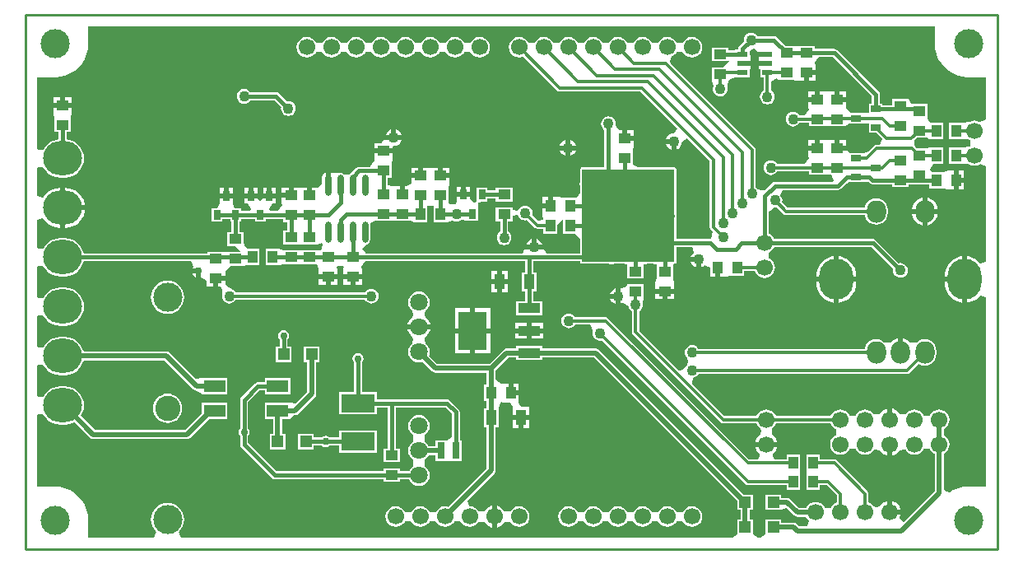
<source format=gtl>
G04*
G04 #@! TF.GenerationSoftware,Altium Limited,Altium Designer,22.2.1 (43)*
G04*
G04 Layer_Physical_Order=1*
G04 Layer_Color=255*
%FSLAX43Y43*%
%MOMM*%
G71*
G04*
G04 #@! TF.SameCoordinates,4727E17F-0EAD-4C76-84FB-9B022A49384D*
G04*
G04*
G04 #@! TF.FilePolarity,Positive*
G04*
G01*
G75*
%ADD12C,0.254*%
%ADD43R,2.200X1.300*%
%ADD44O,0.600X2.200*%
%ADD45R,1.000X1.300*%
%ADD46R,1.300X1.000*%
%ADD47R,1.000X0.700*%
%ADD48R,1.100X0.600*%
%ADD49R,1.200X1.200*%
%ADD50R,3.429X1.905*%
%ADD51R,0.700X1.000*%
%ADD52R,1.100X1.600*%
%ADD53R,2.300X1.000*%
%ADD54R,3.000X4.000*%
%ADD55R,0.800X1.700*%
%ADD56C,0.300*%
%ADD57C,0.500*%
%ADD58C,0.400*%
%ADD59R,9.500X9.500*%
%ADD60C,1.700*%
%ADD61C,1.800*%
%ADD62C,3.000*%
%ADD63C,2.600*%
%ADD64O,4.000X3.500*%
%ADD65O,3.500X4.200*%
%ADD66O,2.000X2.300*%
%ADD67C,1.100*%
%ADD68C,0.750*%
G36*
X93543Y53750D02*
X93543Y53750D01*
Y52085D01*
X93536Y52000D01*
X93543Y51915D01*
Y51875D01*
X93548Y51849D01*
X93579Y51458D01*
X93706Y50930D01*
X93914Y50427D01*
X94198Y49964D01*
X94551Y49551D01*
X94964Y49198D01*
X95427Y48914D01*
X95930Y48706D01*
X96458Y48579D01*
X96849Y48548D01*
X96875Y48543D01*
X96915D01*
X97000Y48536D01*
X97085Y48543D01*
X98750D01*
X98750Y48543D01*
X98793D01*
Y44201D01*
X98759Y44169D01*
X98193Y43941D01*
X98151Y43973D01*
X97895Y44079D01*
X97620Y44115D01*
X97345Y44079D01*
X97089Y43973D01*
X97014Y43916D01*
X96418Y43906D01*
X96418Y43906D01*
X95012D01*
Y42200D01*
X96418D01*
Y42200D01*
X97014Y42190D01*
X97089Y42133D01*
X97185Y42093D01*
Y41473D01*
X97089Y41433D01*
X97014Y41376D01*
X96418Y41366D01*
X96418Y41366D01*
X95012D01*
Y39660D01*
X96418D01*
Y39660D01*
X97014Y39650D01*
X97089Y39593D01*
X97345Y39487D01*
X97620Y39451D01*
X97895Y39487D01*
X98151Y39593D01*
X98193Y39625D01*
X98759Y39397D01*
X98793Y39365D01*
Y29572D01*
X98193Y29391D01*
X98057Y29557D01*
X97744Y29813D01*
X97388Y30003D01*
X97002Y30120D01*
X96854Y30135D01*
Y27750D01*
Y25365D01*
X97002Y25380D01*
X97388Y25497D01*
X97744Y25687D01*
X98057Y25943D01*
X98193Y26109D01*
X98793Y25928D01*
Y6457D01*
X98750D01*
X98750Y6457D01*
X97085D01*
X97000Y6464D01*
X96915Y6457D01*
X96875D01*
X96849Y6452D01*
X96458Y6421D01*
X95930Y6294D01*
X95427Y6086D01*
X95042Y5850D01*
X94769Y5931D01*
X94442Y6146D01*
Y9846D01*
X94511Y9875D01*
X94731Y10044D01*
X94900Y10264D01*
X95006Y10520D01*
X95042Y10795D01*
X95006Y11070D01*
X94900Y11326D01*
X94731Y11546D01*
X94511Y11715D01*
X94442Y11744D01*
Y12386D01*
X94511Y12415D01*
X94731Y12584D01*
X94900Y12804D01*
X95006Y13060D01*
X95042Y13335D01*
X95006Y13610D01*
X94900Y13866D01*
X94731Y14086D01*
X94511Y14255D01*
X94255Y14361D01*
X93980Y14397D01*
X93705Y14361D01*
X93449Y14255D01*
X93229Y14086D01*
X93060Y13866D01*
X93020Y13771D01*
X92400D01*
X92360Y13866D01*
X92191Y14086D01*
X91971Y14255D01*
X91715Y14361D01*
X91440Y14397D01*
X91165Y14361D01*
X90909Y14255D01*
X90689Y14086D01*
X90555Y13912D01*
X90317Y13882D01*
X89905Y13915D01*
X89720Y14155D01*
X89480Y14340D01*
X89200Y14455D01*
X89154Y14461D01*
Y13335D01*
X88646D01*
Y14461D01*
X88600Y14455D01*
X88320Y14340D01*
X88080Y14155D01*
X87895Y13915D01*
X87483Y13882D01*
X87245Y13912D01*
X87111Y14086D01*
X86891Y14255D01*
X86635Y14361D01*
X86360Y14397D01*
X86085Y14361D01*
X85829Y14255D01*
X85609Y14086D01*
X85440Y13866D01*
X85400Y13771D01*
X84780D01*
X84740Y13866D01*
X84571Y14086D01*
X84351Y14255D01*
X84095Y14361D01*
X83820Y14397D01*
X83545Y14361D01*
X83289Y14255D01*
X83069Y14086D01*
X82900Y13866D01*
X82829Y13695D01*
X77191Y13695D01*
X77120Y13866D01*
X76951Y14086D01*
X76731Y14255D01*
X76475Y14361D01*
X76200Y14397D01*
X75925Y14361D01*
X75669Y14255D01*
X75449Y14086D01*
X75280Y13866D01*
X75209Y13695D01*
X71904D01*
X68531Y17068D01*
X68542Y17204D01*
X68768Y17680D01*
X68777Y17681D01*
X68960Y17757D01*
X69117Y17878D01*
X69238Y18035D01*
X69246Y18055D01*
X90665D01*
X90803Y18082D01*
X90920Y18160D01*
X91845Y19086D01*
X91893Y19049D01*
X92186Y18928D01*
X92500Y18886D01*
X92814Y18928D01*
X93107Y19049D01*
X93358Y19242D01*
X93551Y19493D01*
X93672Y19786D01*
X93714Y20100D01*
Y20400D01*
X93672Y20714D01*
X93551Y21007D01*
X93358Y21258D01*
X93107Y21451D01*
X92814Y21572D01*
X92500Y21614D01*
X92186Y21572D01*
X91893Y21451D01*
X91684Y21291D01*
X91612Y21260D01*
X90952Y21295D01*
X90927Y21327D01*
X90656Y21536D01*
X90339Y21667D01*
X90254Y21678D01*
Y20250D01*
X89746D01*
Y21678D01*
X89661Y21667D01*
X89344Y21536D01*
X89073Y21327D01*
X89048Y21295D01*
X88388Y21260D01*
X88316Y21291D01*
X88107Y21451D01*
X87814Y21572D01*
X87500Y21614D01*
X87186Y21572D01*
X86893Y21451D01*
X86642Y21258D01*
X86449Y21007D01*
X86328Y20714D01*
X86314Y20610D01*
X69246Y20610D01*
X69238Y20630D01*
X69117Y20787D01*
X68960Y20908D01*
X68777Y20984D01*
X68580Y21010D01*
X68383Y20984D01*
X68200Y20908D01*
X68043Y20787D01*
X67922Y20630D01*
X67846Y20447D01*
X67820Y20250D01*
X67846Y20053D01*
X67922Y19870D01*
X68043Y19713D01*
X68090Y19677D01*
X68147Y19362D01*
Y19303D01*
X68090Y18988D01*
X68043Y18952D01*
X67922Y18795D01*
X67846Y18612D01*
X67845Y18603D01*
X67369Y18377D01*
X67233Y18366D01*
X63110Y22489D01*
Y24509D01*
X63130Y24517D01*
X63287Y24638D01*
X63408Y24795D01*
X63484Y24978D01*
X63510Y25175D01*
X63501Y25245D01*
X63603Y25845D01*
X63603D01*
Y27251D01*
X61897D01*
Y27144D01*
X61618Y26943D01*
X61297Y26816D01*
X61214Y26850D01*
Y26035D01*
Y25220D01*
X61389Y25293D01*
X61402Y25303D01*
X61673Y25244D01*
X61923Y25118D01*
X62008Y25044D01*
X62016Y24978D01*
X62092Y24795D01*
X62213Y24638D01*
X62370Y24517D01*
X62390Y24509D01*
Y22340D01*
X62417Y22202D01*
X62495Y22085D01*
X71500Y13080D01*
X71617Y13002D01*
X71755Y12975D01*
X75209D01*
X75280Y12804D01*
X75449Y12584D01*
X75623Y12450D01*
X75653Y12212D01*
X75620Y11800D01*
X75380Y11615D01*
X75195Y11375D01*
X75080Y11095D01*
X75074Y11049D01*
X76200D01*
X77326D01*
X77320Y11095D01*
X77205Y11375D01*
X77020Y11615D01*
X76780Y11800D01*
X76747Y12212D01*
X76777Y12450D01*
X76951Y12584D01*
X77120Y12804D01*
X77191Y12975D01*
X82829Y12975D01*
X82900Y12804D01*
X83069Y12584D01*
X83289Y12415D01*
X83384Y12375D01*
Y11755D01*
X83289Y11715D01*
X83069Y11546D01*
X82900Y11326D01*
X82794Y11070D01*
X82758Y10795D01*
X82794Y10520D01*
X82900Y10264D01*
X83069Y10044D01*
X83289Y9875D01*
X83545Y9769D01*
X83820Y9733D01*
X84095Y9769D01*
X84351Y9875D01*
X84571Y10044D01*
X84740Y10264D01*
X84780Y10359D01*
X85400D01*
X85440Y10264D01*
X85609Y10044D01*
X85829Y9875D01*
X86085Y9769D01*
X86360Y9733D01*
X86635Y9769D01*
X86891Y9875D01*
X87111Y10044D01*
X87245Y10218D01*
X87483Y10248D01*
X87895Y10215D01*
X88080Y9975D01*
X88320Y9790D01*
X88600Y9675D01*
X88646Y9669D01*
Y10795D01*
X89154D01*
Y9669D01*
X89200Y9675D01*
X89480Y9790D01*
X89720Y9975D01*
X89905Y10215D01*
X90317Y10248D01*
X90555Y10218D01*
X90689Y10044D01*
X90909Y9875D01*
X91165Y9769D01*
X91440Y9733D01*
X91715Y9769D01*
X91971Y9875D01*
X92191Y10044D01*
X92360Y10264D01*
X92400Y10359D01*
X93020D01*
X93060Y10264D01*
X93229Y10044D01*
X93449Y9875D01*
X93518Y9846D01*
Y5996D01*
X90362Y2840D01*
X89905Y3230D01*
X90020Y3510D01*
X90026Y3556D01*
X88900D01*
Y3810D01*
X88646D01*
Y4936D01*
X88600Y4930D01*
X88320Y4815D01*
X88080Y4630D01*
X87895Y4390D01*
X87483Y4357D01*
X87245Y4387D01*
X87111Y4561D01*
X86891Y4730D01*
X86720Y4801D01*
Y5715D01*
X86693Y5853D01*
X86615Y5970D01*
X83440Y9145D01*
X83323Y9223D01*
X83185Y9250D01*
X81729D01*
Y9743D01*
X80323D01*
Y8438D01*
X80323Y8037D01*
X80323Y7437D01*
Y6132D01*
X81729D01*
Y6625D01*
X82401D01*
X83460Y5566D01*
Y4801D01*
X83289Y4730D01*
X83069Y4561D01*
X82900Y4341D01*
X82860Y4246D01*
X82240D01*
X82200Y4341D01*
X82031Y4561D01*
X81811Y4730D01*
X81555Y4836D01*
X81280Y4872D01*
X81005Y4836D01*
X80749Y4730D01*
X80529Y4561D01*
X80360Y4341D01*
X80331Y4272D01*
X79566D01*
X78672Y5167D01*
X78522Y5267D01*
X78345Y5302D01*
X78345Y5302D01*
X77723D01*
Y5643D01*
X76117D01*
Y4037D01*
X77723D01*
Y4037D01*
X78323Y4208D01*
X79048Y3483D01*
X79198Y3383D01*
X79375Y3348D01*
X79375Y3348D01*
X80231D01*
X80591Y2924D01*
X80407Y2367D01*
X79566D01*
X79307Y2627D01*
X79157Y2727D01*
X78980Y2762D01*
X78980Y2762D01*
X77723D01*
Y3103D01*
X76117D01*
Y1807D01*
X76117Y1497D01*
X75637Y1207D01*
X75303D01*
X74823Y1497D01*
X74823Y1807D01*
Y3103D01*
X74482D01*
Y4037D01*
X74823D01*
Y5643D01*
X73870D01*
X59002Y20512D01*
X58852Y20612D01*
X58675Y20647D01*
X58675Y20647D01*
X53148D01*
Y20888D01*
X50442D01*
Y20647D01*
X49470D01*
X49470Y20647D01*
X49293Y20612D01*
X49143Y20512D01*
X49143Y20512D01*
X47704Y19072D01*
X42361D01*
X41496Y19938D01*
X41535Y20032D01*
X41573Y20320D01*
X41535Y20608D01*
X41424Y20876D01*
X41247Y21107D01*
X41136Y21192D01*
X41089Y21604D01*
X41151Y21877D01*
X41316Y22004D01*
X41508Y22255D01*
X41629Y22547D01*
X41637Y22606D01*
X40460D01*
X39283D01*
X39291Y22547D01*
X39412Y22255D01*
X39604Y22004D01*
X39769Y21877D01*
X39831Y21604D01*
X39784Y21192D01*
X39673Y21107D01*
X39496Y20876D01*
X39385Y20608D01*
X39347Y20320D01*
X39385Y20032D01*
X39496Y19764D01*
X39673Y19533D01*
X39904Y19356D01*
X40172Y19245D01*
X40460Y19207D01*
X40748Y19245D01*
X40842Y19284D01*
X41843Y18283D01*
X41843Y18283D01*
X41993Y18183D01*
X42170Y18148D01*
X42170Y18148D01*
X47433D01*
Y16923D01*
X47192D01*
Y15217D01*
X47433D01*
Y14533D01*
X47142D01*
Y12527D01*
X47433D01*
Y8312D01*
X43488Y4367D01*
X43419Y4396D01*
X43144Y4432D01*
X42869Y4396D01*
X42613Y4290D01*
X42393Y4121D01*
X42224Y3901D01*
X42184Y3806D01*
X41564D01*
X41524Y3901D01*
X41355Y4121D01*
X41135Y4290D01*
X40879Y4396D01*
X40604Y4432D01*
X40329Y4396D01*
X40073Y4290D01*
X39853Y4121D01*
X39684Y3901D01*
X39644Y3806D01*
X39024D01*
X38984Y3901D01*
X38815Y4121D01*
X38595Y4290D01*
X38339Y4396D01*
X38064Y4432D01*
X37789Y4396D01*
X37533Y4290D01*
X37313Y4121D01*
X37144Y3901D01*
X37038Y3645D01*
X37002Y3370D01*
X37038Y3095D01*
X37144Y2839D01*
X37313Y2619D01*
X37533Y2450D01*
X37789Y2344D01*
X38064Y2308D01*
X38339Y2344D01*
X38595Y2450D01*
X38815Y2619D01*
X38984Y2839D01*
X39024Y2934D01*
X39644D01*
X39684Y2839D01*
X39853Y2619D01*
X40073Y2450D01*
X40329Y2344D01*
X40604Y2308D01*
X40879Y2344D01*
X41135Y2450D01*
X41355Y2619D01*
X41524Y2839D01*
X41564Y2934D01*
X42184D01*
X42224Y2839D01*
X42393Y2619D01*
X42613Y2450D01*
X42869Y2344D01*
X43144Y2308D01*
X43419Y2344D01*
X43675Y2450D01*
X43895Y2619D01*
X44064Y2839D01*
X44104Y2934D01*
X44724D01*
X44764Y2839D01*
X44933Y2619D01*
X45153Y2450D01*
X45409Y2344D01*
X45684Y2308D01*
X45959Y2344D01*
X46215Y2450D01*
X46435Y2619D01*
X46569Y2793D01*
X46807Y2823D01*
X47219Y2790D01*
X47404Y2550D01*
X47644Y2365D01*
X47924Y2250D01*
X47970Y2244D01*
Y3370D01*
Y4496D01*
X47924Y4490D01*
X47644Y4375D01*
X47404Y4190D01*
X47219Y3950D01*
X46807Y3917D01*
X46569Y3947D01*
X46435Y4121D01*
X46215Y4290D01*
X45959Y4396D01*
X45705Y4429D01*
X45656Y4495D01*
X45432Y5004D01*
X48222Y7794D01*
X48222Y7794D01*
X48322Y7944D01*
X48357Y8121D01*
X48357Y8121D01*
Y12527D01*
X48648D01*
Y14533D01*
X48648D01*
X48834Y15056D01*
X48957Y15149D01*
X49127Y15120D01*
X49158Y15120D01*
X49827D01*
X50093Y14630D01*
X50093Y14520D01*
Y13784D01*
X50943D01*
X51793D01*
Y14630D01*
X50993D01*
X50727Y15120D01*
X50727Y15230D01*
Y15816D01*
X49927D01*
Y16070D01*
X49673D01*
Y17020D01*
X49158D01*
X49127Y17020D01*
X48957Y16991D01*
X48361Y17443D01*
X48357Y17453D01*
Y18419D01*
X49661Y19723D01*
X50442D01*
Y19482D01*
X53148D01*
Y19723D01*
X58484D01*
X73217Y4990D01*
Y4037D01*
X73558D01*
Y3103D01*
X73217D01*
Y1807D01*
X73217Y1497D01*
X72737Y1207D01*
X15973D01*
X15758Y1807D01*
X15815Y1854D01*
X16028Y2113D01*
X16186Y2409D01*
X16284Y2730D01*
X16316Y3064D01*
X16284Y3398D01*
X16186Y3719D01*
X16028Y4015D01*
X15815Y4274D01*
X15556Y4487D01*
X15260Y4645D01*
X14939Y4743D01*
X14605Y4775D01*
X14271Y4743D01*
X13950Y4645D01*
X13654Y4487D01*
X13395Y4274D01*
X13182Y4015D01*
X13024Y3719D01*
X12926Y3398D01*
X12894Y3064D01*
X12926Y2730D01*
X13024Y2409D01*
X13182Y2113D01*
X13395Y1854D01*
X13452Y1807D01*
X13237Y1207D01*
X6457D01*
Y1250D01*
X6457Y1250D01*
Y2915D01*
X6464Y3000D01*
X6457Y3085D01*
Y3125D01*
X6452Y3151D01*
X6421Y3542D01*
X6294Y4070D01*
X6086Y4573D01*
X5802Y5036D01*
X5449Y5449D01*
X5036Y5802D01*
X4573Y6086D01*
X4070Y6294D01*
X3542Y6421D01*
X3151Y6452D01*
X3125Y6457D01*
X3085D01*
X3000Y6464D01*
X2915Y6457D01*
X1250D01*
X1250Y6457D01*
X1207D01*
Y13833D01*
X1341Y13886D01*
X1807Y13936D01*
X1928Y13710D01*
X2172Y13412D01*
X2470Y13168D01*
X2809Y12987D01*
X3177Y12875D01*
X3560Y12837D01*
X4060D01*
X4443Y12875D01*
X4811Y12987D01*
X5019Y13098D01*
X6633Y11483D01*
X6633Y11483D01*
X6783Y11383D01*
X6960Y11348D01*
X16605D01*
X16605Y11348D01*
X16782Y11383D01*
X16932Y11483D01*
X18860Y13412D01*
X20733D01*
Y15118D01*
X18127D01*
Y13985D01*
X16414Y12272D01*
X7151D01*
X5700Y13724D01*
X5873Y14049D01*
X5985Y14417D01*
X6023Y14800D01*
X5985Y15183D01*
X5873Y15551D01*
X5692Y15890D01*
X5448Y16188D01*
X5150Y16432D01*
X4811Y16613D01*
X4443Y16725D01*
X4060Y16763D01*
X3560D01*
X3177Y16725D01*
X2809Y16613D01*
X2470Y16432D01*
X2172Y16188D01*
X1928Y15890D01*
X1807Y15664D01*
X1341Y15714D01*
X1207Y15767D01*
Y18913D01*
X1341Y18966D01*
X1807Y19016D01*
X1928Y18790D01*
X2172Y18492D01*
X2470Y18248D01*
X2809Y18067D01*
X3177Y17955D01*
X3560Y17917D01*
X4060D01*
X4443Y17955D01*
X4811Y18067D01*
X5150Y18248D01*
X5448Y18492D01*
X5692Y18790D01*
X5873Y19129D01*
X5961Y19418D01*
X14314D01*
X17293Y16438D01*
X17443Y16338D01*
X17620Y16303D01*
X18127Y16009D01*
Y15912D01*
X20733D01*
Y17618D01*
X18127D01*
Y17618D01*
X17527Y17512D01*
X14832Y20207D01*
X14682Y20307D01*
X14505Y20342D01*
X14505Y20342D01*
X5961D01*
X5873Y20631D01*
X5692Y20970D01*
X5448Y21268D01*
X5150Y21512D01*
X4811Y21693D01*
X4443Y21805D01*
X4060Y21843D01*
X3560D01*
X3177Y21805D01*
X2809Y21693D01*
X2470Y21512D01*
X2172Y21268D01*
X1928Y20970D01*
X1807Y20744D01*
X1341Y20794D01*
X1207Y20847D01*
Y23993D01*
X1341Y24046D01*
X1807Y24096D01*
X1928Y23870D01*
X2172Y23572D01*
X2470Y23328D01*
X2809Y23147D01*
X3177Y23035D01*
X3560Y22997D01*
X4060D01*
X4443Y23035D01*
X4811Y23147D01*
X5150Y23328D01*
X5448Y23572D01*
X5692Y23870D01*
X5873Y24209D01*
X5985Y24577D01*
X6023Y24960D01*
X5985Y25343D01*
X5873Y25711D01*
X5692Y26050D01*
X5448Y26348D01*
X5150Y26592D01*
X4811Y26773D01*
X4443Y26885D01*
X4060Y26923D01*
X3560D01*
X3177Y26885D01*
X2809Y26773D01*
X2470Y26592D01*
X2172Y26348D01*
X1928Y26050D01*
X1807Y25824D01*
X1341Y25874D01*
X1207Y25927D01*
Y29073D01*
X1341Y29126D01*
X1807Y29176D01*
X1928Y28950D01*
X2172Y28652D01*
X2470Y28408D01*
X2809Y28227D01*
X3177Y28115D01*
X3560Y28077D01*
X4060D01*
X4443Y28115D01*
X4811Y28227D01*
X5150Y28408D01*
X5448Y28652D01*
X5692Y28950D01*
X5873Y29289D01*
X5976Y29629D01*
X17038Y29629D01*
X17220Y29287D01*
X17276Y29029D01*
X17215Y28950D01*
X17180Y28864D01*
X17805D01*
Y28610D01*
X18059D01*
Y27965D01*
X18397Y27824D01*
X18635Y27640D01*
Y27042D01*
X19331D01*
Y27842D01*
X19585D01*
Y28096D01*
X20535D01*
Y28611D01*
X20535Y28642D01*
X20533Y28653D01*
X21052Y29171D01*
X22071D01*
X22438Y29171D01*
Y29171D01*
X22665Y29187D01*
Y29187D01*
X24071D01*
Y30893D01*
X23089D01*
X22857Y30928D01*
X22563Y31121D01*
X22478Y31310D01*
X22438Y31527D01*
X22438Y31720D01*
Y32609D01*
X21996D01*
Y33671D01*
X22138D01*
Y33963D01*
X23577D01*
Y33671D01*
X24683D01*
Y33963D01*
X26452D01*
Y33655D01*
X26894D01*
Y32775D01*
X26452D01*
Y31369D01*
X28158D01*
Y31369D01*
X28357D01*
Y31369D01*
X30063D01*
Y31369D01*
X30449Y31520D01*
X30597Y31392D01*
X30485Y30910D01*
X30358Y30756D01*
X30262Y30743D01*
X30063D01*
Y30743D01*
X28357D01*
Y30743D01*
X28158D01*
Y30743D01*
X26452D01*
X26452Y30743D01*
X26103Y30893D01*
Y30893D01*
X25914Y30893D01*
X24697D01*
Y29187D01*
X25914D01*
X26103Y29187D01*
Y29187D01*
X26452Y29337D01*
X26452Y29337D01*
X28158D01*
Y29337D01*
X28357D01*
Y29337D01*
X29993D01*
X30153Y28845D01*
X30165Y28779D01*
Y28262D01*
X32065D01*
Y28777D01*
X32065Y28808D01*
X32027Y29029D01*
X32085Y29110D01*
X32685D01*
X32743Y29029D01*
X32705Y28808D01*
X32705Y28777D01*
Y28262D01*
X33655D01*
X34605D01*
Y28777D01*
X34605Y28808D01*
X34567Y29029D01*
X34989Y29614D01*
X35017Y29629D01*
X51384D01*
Y28503D01*
X51042D01*
Y26497D01*
X51384D01*
Y25488D01*
X50442D01*
Y24082D01*
X53148D01*
Y25488D01*
X52206D01*
Y26497D01*
X52548D01*
Y28503D01*
X52206D01*
Y29629D01*
X57043D01*
Y29580D01*
X57059Y29501D01*
X57104Y29433D01*
X57171Y29389D01*
X57250Y29373D01*
X59989D01*
X60053Y29346D01*
X60250Y29320D01*
X60447Y29346D01*
X60511Y29373D01*
X61334D01*
X61897Y29283D01*
Y27877D01*
X63603D01*
Y29283D01*
X64166Y29373D01*
X64334D01*
X64897Y29283D01*
X64897Y27908D01*
X64800Y27348D01*
X64800Y27317D01*
Y26802D01*
X65750D01*
X66700D01*
Y27317D01*
X66700Y27348D01*
X66603Y27908D01*
X66603Y27948D01*
Y29283D01*
X66829Y29389D01*
X66896Y29433D01*
X66941Y29501D01*
X66957Y29580D01*
Y31085D01*
X68550D01*
X68616Y30960D01*
X68707Y30485D01*
X68644Y30436D01*
X68508Y30259D01*
X68435Y30084D01*
X69250D01*
Y29830D01*
X69504D01*
Y29015D01*
X69679Y29088D01*
X69804Y29184D01*
X70027Y29139D01*
X70404Y28952D01*
Y28006D01*
X70950D01*
Y28956D01*
X71458D01*
Y28006D01*
X71973D01*
X72004Y28006D01*
X72564Y28103D01*
X72604Y28103D01*
X73939D01*
Y28596D01*
X75039D01*
X75110Y28425D01*
X75279Y28205D01*
X75499Y28036D01*
X75755Y27930D01*
X76030Y27894D01*
X76305Y27930D01*
X76561Y28036D01*
X76781Y28205D01*
X76950Y28425D01*
X77056Y28681D01*
X77092Y28956D01*
X77056Y29231D01*
X76950Y29487D01*
X76781Y29707D01*
X76561Y29876D01*
X76465Y29916D01*
Y30536D01*
X76561Y30576D01*
X76781Y30745D01*
X76950Y30965D01*
X77000Y31085D01*
X87025D01*
X89261Y28849D01*
X89240Y28691D01*
X89266Y28494D01*
X89342Y28311D01*
X89463Y28154D01*
X89620Y28033D01*
X89803Y27957D01*
X90000Y27931D01*
X90197Y27957D01*
X90380Y28033D01*
X90537Y28154D01*
X90658Y28311D01*
X90734Y28494D01*
X90760Y28691D01*
X90734Y28888D01*
X90658Y29071D01*
X90537Y29228D01*
X90380Y29349D01*
X90197Y29425D01*
X90000Y29451D01*
X89842Y29430D01*
X87486Y31787D01*
X87352Y31876D01*
X87195Y31907D01*
X77000D01*
X76950Y32027D01*
X76781Y32247D01*
X76561Y32416D01*
X76441Y32466D01*
Y34696D01*
X76601Y34854D01*
X77041Y35120D01*
X77085Y35114D01*
X77282Y35140D01*
X77301Y35148D01*
X77954Y34495D01*
X78071Y34417D01*
X78209Y34390D01*
X86314D01*
X86328Y34286D01*
X86449Y33993D01*
X86642Y33742D01*
X86893Y33549D01*
X87186Y33428D01*
X87500Y33386D01*
X87814Y33428D01*
X88107Y33549D01*
X88358Y33742D01*
X88551Y33993D01*
X88672Y34286D01*
X88714Y34600D01*
Y34900D01*
X88672Y35214D01*
X88551Y35507D01*
X88358Y35758D01*
X88107Y35951D01*
X87814Y36072D01*
X87500Y36114D01*
X87186Y36072D01*
X86893Y35951D01*
X86642Y35758D01*
X86449Y35507D01*
X86328Y35214D01*
X86314Y35110D01*
X78358D01*
X77811Y35658D01*
X77819Y35677D01*
X77845Y35874D01*
X77819Y36071D01*
X77743Y36254D01*
X77659Y36363D01*
X77700Y36571D01*
X77889Y36963D01*
X83585D01*
X83742Y36994D01*
X83876Y37083D01*
X84267Y37474D01*
X84757Y37740D01*
X86163D01*
Y37740D01*
X86761Y37735D01*
X86814Y37682D01*
X86948Y37593D01*
X87105Y37562D01*
X89147D01*
Y37270D01*
X90853D01*
Y37562D01*
X92980D01*
Y37120D01*
X94355Y37120D01*
X94915Y37023D01*
X94946Y37023D01*
X95461D01*
Y37973D01*
Y38923D01*
X94946D01*
X94915Y38923D01*
X94355Y38826D01*
X94315Y38826D01*
X93208D01*
X93100Y38941D01*
X93040Y39068D01*
X93413Y39660D01*
X94386D01*
Y41366D01*
X92980D01*
Y41366D01*
X92758Y41216D01*
X91711D01*
X91504Y41423D01*
X91444Y41711D01*
X91468Y42065D01*
X91487Y42126D01*
X91711Y42350D01*
X92758D01*
X92980Y42200D01*
Y42200D01*
X94386D01*
Y43906D01*
X93059D01*
X92804Y44309D01*
X92758Y44414D01*
Y45788D01*
X91052D01*
X90853Y46296D01*
X89147D01*
Y45684D01*
X88163D01*
Y45826D01*
X87871D01*
Y46768D01*
X87840Y46925D01*
X87751Y47059D01*
X83474Y51336D01*
X83340Y51425D01*
X83183Y51456D01*
X81168D01*
Y51748D01*
X79462D01*
Y51748D01*
X79168D01*
Y51748D01*
X78193D01*
X77277Y52665D01*
X77143Y52754D01*
X76986Y52785D01*
X75272D01*
X75175Y52911D01*
X75018Y53032D01*
X74834Y53108D01*
X74638Y53134D01*
X74441Y53108D01*
X74258Y53032D01*
X74101Y52911D01*
X73980Y52754D01*
X73904Y52571D01*
X73878Y52374D01*
X73899Y52216D01*
X73424Y51742D01*
X73335Y51609D01*
X73304Y51451D01*
Y51416D01*
X72962D01*
Y51324D01*
X72313D01*
Y51616D01*
X70607D01*
Y50210D01*
X72313D01*
Y50210D01*
X72343Y50204D01*
Y50172D01*
X71745Y49584D01*
X70607D01*
Y48178D01*
X70607D01*
X70736Y47578D01*
X70726Y47554D01*
X70700Y47357D01*
X70726Y47160D01*
X70802Y46977D01*
X70923Y46820D01*
X71080Y46699D01*
X71263Y46623D01*
X71460Y46597D01*
X71657Y46623D01*
X71840Y46699D01*
X71997Y46820D01*
X72118Y46977D01*
X72194Y47160D01*
X72220Y47357D01*
X72194Y47554D01*
X72184Y47578D01*
X72313Y48178D01*
D01*
X72426Y48355D01*
X72962Y48510D01*
Y48510D01*
X74468D01*
Y49363D01*
X74565D01*
Y49709D01*
X73715D01*
Y50217D01*
X74565D01*
Y50563D01*
X74565D01*
X74506Y51163D01*
X74542Y51286D01*
X74929Y51458D01*
X75344Y51167D01*
X76315D01*
Y50659D01*
X75465D01*
Y50313D01*
Y50217D01*
X76315D01*
Y49709D01*
X75465D01*
Y49363D01*
X75562D01*
Y48510D01*
X75955D01*
Y47179D01*
X75935Y47171D01*
X75778Y47050D01*
X75657Y46893D01*
X75581Y46710D01*
X75555Y46513D01*
X75581Y46316D01*
X75657Y46133D01*
X75778Y45976D01*
X75935Y45855D01*
X76118Y45779D01*
X76315Y45753D01*
X76512Y45779D01*
X76695Y45855D01*
X76852Y45976D01*
X76973Y46133D01*
X77049Y46316D01*
X77075Y46513D01*
X77049Y46710D01*
X76973Y46893D01*
X76852Y47050D01*
X76695Y47171D01*
X76675Y47179D01*
Y48117D01*
X77275Y48405D01*
X77462Y48310D01*
Y48310D01*
X78805D01*
X79365Y48213D01*
X79728Y48213D01*
X80061D01*
Y49013D01*
X80315D01*
Y49267D01*
X81265D01*
Y49782D01*
X81265Y49813D01*
X81227Y50034D01*
X81649Y50619D01*
X81677Y50634D01*
X83013D01*
X87049Y46598D01*
Y45826D01*
X86757D01*
X86757Y44892D01*
X86163Y44876D01*
X86157Y44876D01*
X84915D01*
X84483Y45238D01*
X84391Y45367D01*
X84410Y45475D01*
X84410Y45506D01*
Y46021D01*
X83460D01*
Y46275D01*
X83206D01*
Y47075D01*
X83010D01*
X82510Y47075D01*
X81910Y47075D01*
X81714D01*
Y46275D01*
X81460D01*
Y46021D01*
X80510D01*
Y45506D01*
X80510Y45475D01*
X80557Y45203D01*
X80183Y44655D01*
X79605Y44640D01*
X79497Y44780D01*
X79340Y44901D01*
X79157Y44977D01*
X78960Y45003D01*
X78763Y44977D01*
X78580Y44901D01*
X78423Y44780D01*
X78302Y44623D01*
X78226Y44440D01*
X78200Y44243D01*
X78226Y44046D01*
X78302Y43863D01*
X78423Y43706D01*
X78580Y43585D01*
X78763Y43509D01*
X78960Y43483D01*
X79157Y43509D01*
X79340Y43585D01*
X79497Y43706D01*
X79618Y43863D01*
X79626Y43883D01*
X80607D01*
Y43540D01*
X82313D01*
Y43540D01*
X82607D01*
Y43540D01*
X84313D01*
Y43540D01*
X84757Y43770D01*
X86163D01*
Y43770D01*
X86757Y43754D01*
Y42820D01*
X87504D01*
X88121Y42203D01*
X87872Y41603D01*
X87555D01*
X87417Y41576D01*
X87300Y41498D01*
X86700Y40898D01*
X86163Y40746D01*
Y40746D01*
X85010D01*
X84757Y40746D01*
X84548Y41021D01*
X83460D01*
Y41275D01*
X83206D01*
Y42075D01*
X83010D01*
X82510Y42075D01*
X81910Y42075D01*
X81714D01*
Y41275D01*
X81460D01*
Y41021D01*
X80510D01*
Y40506D01*
X80510Y40475D01*
X80557Y40203D01*
X80171Y39636D01*
X80119Y39603D01*
X77331D01*
X77323Y39623D01*
X77202Y39780D01*
X77045Y39901D01*
X76862Y39977D01*
X76665Y40003D01*
X76468Y39977D01*
X76285Y39901D01*
X76128Y39780D01*
X76007Y39623D01*
X75931Y39440D01*
X75905Y39243D01*
X75931Y39046D01*
X76007Y38863D01*
X76128Y38706D01*
X76285Y38585D01*
X76468Y38509D01*
X76665Y38483D01*
X76862Y38509D01*
X77045Y38585D01*
X77202Y38706D01*
X77323Y38863D01*
X77331Y38883D01*
X80607D01*
Y38540D01*
X82313D01*
Y38540D01*
X82607D01*
Y38540D01*
X82845D01*
X83157Y37940D01*
X83049Y37785D01*
X77085D01*
X76928Y37754D01*
X76794Y37665D01*
X76044Y36915D01*
X76024Y36910D01*
X75753Y36932D01*
X75335Y37054D01*
X75287Y37117D01*
X75130Y37238D01*
X75110Y37246D01*
X75110Y41080D01*
X75083Y41218D01*
X75005Y41335D01*
X66333Y50006D01*
X66320Y50149D01*
X66488Y50690D01*
X66535Y50710D01*
X66755Y50879D01*
X66924Y51099D01*
X66964Y51194D01*
X67584D01*
X67624Y51099D01*
X67793Y50879D01*
X68013Y50710D01*
X68269Y50604D01*
X68544Y50568D01*
X68819Y50604D01*
X69075Y50710D01*
X69295Y50879D01*
X69464Y51099D01*
X69570Y51355D01*
X69606Y51630D01*
X69570Y51905D01*
X69464Y52161D01*
X69295Y52381D01*
X69075Y52550D01*
X68819Y52656D01*
X68544Y52692D01*
X68269Y52656D01*
X68013Y52550D01*
X67793Y52381D01*
X67624Y52161D01*
X67584Y52065D01*
X66964D01*
X66924Y52161D01*
X66755Y52381D01*
X66535Y52550D01*
X66279Y52656D01*
X66004Y52692D01*
X65729Y52656D01*
X65473Y52550D01*
X65253Y52381D01*
X65084Y52161D01*
X65044Y52065D01*
X64424D01*
X64384Y52161D01*
X64215Y52381D01*
X63995Y52550D01*
X63739Y52656D01*
X63464Y52692D01*
X63189Y52656D01*
X62933Y52550D01*
X62713Y52381D01*
X62544Y52161D01*
X62504Y52065D01*
X61884D01*
X61844Y52161D01*
X61675Y52381D01*
X61455Y52550D01*
X61199Y52656D01*
X60924Y52692D01*
X60649Y52656D01*
X60393Y52550D01*
X60173Y52381D01*
X60004Y52161D01*
X59964Y52065D01*
X59344D01*
X59304Y52161D01*
X59135Y52381D01*
X58915Y52550D01*
X58659Y52656D01*
X58384Y52692D01*
X58109Y52656D01*
X57853Y52550D01*
X57633Y52381D01*
X57464Y52161D01*
X57424Y52065D01*
X56804D01*
X56764Y52161D01*
X56595Y52381D01*
X56375Y52550D01*
X56119Y52656D01*
X55844Y52692D01*
X55569Y52656D01*
X55313Y52550D01*
X55093Y52381D01*
X54924Y52161D01*
X54884Y52065D01*
X54264D01*
X54224Y52161D01*
X54055Y52381D01*
X53835Y52550D01*
X53579Y52656D01*
X53304Y52692D01*
X53029Y52656D01*
X52773Y52550D01*
X52553Y52381D01*
X52384Y52161D01*
X52344Y52065D01*
X51724D01*
X51684Y52161D01*
X51515Y52381D01*
X51295Y52550D01*
X51039Y52656D01*
X50764Y52692D01*
X50489Y52656D01*
X50233Y52550D01*
X50013Y52381D01*
X49844Y52161D01*
X49738Y51905D01*
X49702Y51630D01*
X49738Y51355D01*
X49844Y51099D01*
X50013Y50879D01*
X50233Y50710D01*
X50489Y50604D01*
X50764Y50568D01*
X51039Y50604D01*
X51210Y50675D01*
X54674Y47210D01*
X54791Y47132D01*
X54929Y47105D01*
X63216Y47105D01*
X67005Y43316D01*
X66709Y42763D01*
X66675Y42767D01*
X66453Y42738D01*
X66246Y42652D01*
X66069Y42516D01*
X65933Y42339D01*
X65860Y42164D01*
X66675D01*
Y41910D01*
X66929D01*
Y41095D01*
X67104Y41168D01*
X67281Y41304D01*
X67417Y41481D01*
X67503Y41688D01*
X67532Y41910D01*
X67528Y41944D01*
X68081Y42240D01*
X70390Y39931D01*
X70390Y33080D01*
X70417Y32942D01*
X70495Y32825D01*
X70662Y32659D01*
X70527Y31950D01*
X70507Y31937D01*
X70408Y31907D01*
X66957D01*
Y39080D01*
X66941Y39159D01*
X66896Y39226D01*
X66829Y39271D01*
X66750Y39287D01*
X66011D01*
X65947Y39314D01*
X65750Y39340D01*
X65553Y39314D01*
X65489Y39287D01*
X62944D01*
X62448Y39540D01*
X62448Y40915D01*
X62545Y41475D01*
X62545Y41506D01*
Y42021D01*
X61595D01*
Y42275D01*
X61341D01*
Y43075D01*
X61107D01*
X61060Y43105D01*
X60817Y43418D01*
X60707Y43675D01*
X60720Y43773D01*
X60694Y43970D01*
X60618Y44153D01*
X60497Y44310D01*
X60340Y44431D01*
X60157Y44507D01*
X59960Y44533D01*
X59763Y44507D01*
X59580Y44431D01*
X59423Y44310D01*
X59302Y44153D01*
X59226Y43970D01*
X59200Y43773D01*
X59226Y43576D01*
X59302Y43393D01*
X59423Y43236D01*
X59549Y43139D01*
Y39287D01*
X57250D01*
X57171Y39271D01*
X57104Y39226D01*
X57059Y39159D01*
X57043Y39080D01*
Y37841D01*
X57016Y37777D01*
X56990Y37580D01*
X57016Y37383D01*
X57043Y37319D01*
Y36649D01*
X56719Y36183D01*
X55344Y36183D01*
X54784Y36280D01*
X54753Y36280D01*
X54238D01*
Y35330D01*
X53984D01*
Y35076D01*
X53184D01*
Y34743D01*
X53184Y34380D01*
X53265Y33914D01*
X52681Y33784D01*
X52108Y34357D01*
X52119Y34383D01*
X52145Y34580D01*
X52119Y34777D01*
X52043Y34960D01*
X51922Y35117D01*
X51765Y35238D01*
X51582Y35314D01*
X51385Y35340D01*
X51188Y35314D01*
X51005Y35238D01*
X50848Y35117D01*
X50727Y34960D01*
X50651Y34777D01*
X50119Y34886D01*
X50079Y35156D01*
X48373D01*
Y33750D01*
X48815D01*
Y32674D01*
X48689Y32577D01*
X48568Y32420D01*
X48492Y32237D01*
X48466Y32040D01*
X48492Y31843D01*
X48568Y31660D01*
X48689Y31503D01*
X48846Y31382D01*
X49029Y31306D01*
X49226Y31280D01*
X49423Y31306D01*
X49606Y31382D01*
X49763Y31503D01*
X49884Y31660D01*
X49960Y31843D01*
X49986Y32040D01*
X49960Y32237D01*
X49884Y32420D01*
X49763Y32577D01*
X49637Y32674D01*
Y33750D01*
X50079D01*
X50119Y34274D01*
X50651Y34383D01*
X50727Y34200D01*
X50848Y34043D01*
X51005Y33922D01*
X51188Y33846D01*
X51385Y33820D01*
X51582Y33846D01*
X51595Y33852D01*
X52371Y33075D01*
X52488Y32997D01*
X52626Y32970D01*
X53281D01*
Y32477D01*
X54687D01*
Y33368D01*
X55188Y33866D01*
X55302Y33873D01*
X55313Y33863D01*
Y32477D01*
X56462D01*
X56516Y32457D01*
X56917Y32138D01*
X57002Y31994D01*
X57016Y31883D01*
X57043Y31819D01*
Y30451D01*
X53639D01*
X53476Y30589D01*
X53326Y30826D01*
X51334D01*
X51184Y30589D01*
X51021Y30451D01*
X34987D01*
X34981Y30455D01*
X34612Y30932D01*
X34925Y31296D01*
X35121Y31335D01*
X35288Y31446D01*
X35288Y31446D01*
X35399Y31613D01*
X35438Y31809D01*
Y33409D01*
X35425Y33474D01*
X35470Y33556D01*
X35977Y33782D01*
X37683D01*
Y33782D01*
X37882D01*
Y33782D01*
X39588D01*
X39588Y33782D01*
X39937Y33632D01*
Y33632D01*
X40126Y33632D01*
X41343D01*
Y35338D01*
X41969D01*
Y33632D01*
X43375D01*
X43375Y33632D01*
X43951Y33827D01*
X44134Y33751D01*
X44331Y33725D01*
X44528Y33751D01*
X44711Y33827D01*
X44837Y33924D01*
X44892Y33915D01*
X45437Y33782D01*
Y33782D01*
X46543D01*
Y34659D01*
X46543Y35182D01*
X46543Y35182D01*
X46543Y35188D01*
X46556Y35683D01*
X46962Y35782D01*
X46984D01*
X46987Y35782D01*
X47493D01*
Y36074D01*
X48373D01*
Y35782D01*
X50079D01*
Y37188D01*
X48373D01*
Y36896D01*
X47493D01*
Y37188D01*
X46387D01*
Y36311D01*
X46387Y35788D01*
X46387Y35782D01*
X46385Y35709D01*
X46202Y35632D01*
X46175Y35640D01*
X45690Y36101D01*
Y36231D01*
X44390D01*
Y35834D01*
X44379Y35724D01*
X44268Y35494D01*
X44102Y35452D01*
X43595Y35529D01*
X43525Y35687D01*
X43525Y35687D01*
X43525D01*
X43525Y37062D01*
X43622Y37622D01*
X43622Y37653D01*
Y38168D01*
X42672D01*
Y38422D01*
X42418D01*
Y39222D01*
X42190D01*
X41722Y39222D01*
X41122Y39222D01*
X40894D01*
Y38422D01*
X40640D01*
Y38168D01*
X39690D01*
Y37915D01*
X39688Y37620D01*
X39216Y37317D01*
X38989D01*
Y36517D01*
X38481D01*
Y37317D01*
X38243D01*
X37785Y37317D01*
X37241Y37452D01*
Y38227D01*
X37683D01*
X37683Y39602D01*
X37780Y40162D01*
X37780Y40193D01*
Y40708D01*
X35880D01*
Y40193D01*
X35880Y40162D01*
X35918Y39941D01*
X35496Y39355D01*
X35468Y39341D01*
X34290D01*
X34133Y39310D01*
X33999Y39221D01*
X33462Y38684D01*
X33459Y38683D01*
X33379Y38630D01*
X33244Y38572D01*
X32796D01*
X32661Y38630D01*
X32581Y38683D01*
X32581D01*
X32385Y38722D01*
X32384Y38722D01*
X32189Y38683D01*
X32189Y38683D01*
X32179Y38682D01*
X31623Y38677D01*
X31411Y38733D01*
X31369Y38761D01*
Y37409D01*
X30861D01*
Y38761D01*
X30682Y38642D01*
X30550Y38443D01*
X30503Y38209D01*
Y37648D01*
X30160Y37190D01*
X29903Y37190D01*
X29464D01*
Y36390D01*
X28956D01*
Y37190D01*
X28855D01*
X28260Y37190D01*
X27660Y37190D01*
X27559D01*
Y36390D01*
X27305D01*
Y36136D01*
X26355D01*
Y35621D01*
X26355Y35590D01*
X26390Y35385D01*
X25958Y34795D01*
X25937Y34785D01*
X25193D01*
X25081Y34974D01*
X25423Y35574D01*
X25730D01*
Y36120D01*
X24430D01*
Y36092D01*
X24130Y35841D01*
X23830Y36092D01*
Y36120D01*
X22530D01*
Y35574D01*
X22837D01*
X23179Y34974D01*
X23073Y34795D01*
X23055Y34785D01*
X22138D01*
Y35077D01*
X21534D01*
X21285Y35574D01*
X21285Y35677D01*
Y36120D01*
X20635D01*
X19985D01*
Y35677D01*
X19985Y35574D01*
X19736Y35077D01*
X19132D01*
Y33671D01*
X20238D01*
Y33963D01*
X21032D01*
Y33671D01*
X21174D01*
Y32609D01*
X20732D01*
Y31203D01*
X21613D01*
X22053Y30643D01*
X22057Y30590D01*
X22053Y30577D01*
X20732D01*
Y30577D01*
X20438D01*
Y30577D01*
X18732D01*
Y30451D01*
X18215D01*
X5976Y30451D01*
X5873Y30791D01*
X5692Y31130D01*
X5448Y31428D01*
X5150Y31672D01*
X4811Y31853D01*
X4443Y31965D01*
X4060Y32003D01*
X3560D01*
X3177Y31965D01*
X2809Y31853D01*
X2470Y31672D01*
X2172Y31428D01*
X1928Y31130D01*
X1807Y30904D01*
X1341Y30954D01*
X1207Y31007D01*
Y33900D01*
X1807Y34051D01*
X1847Y33976D01*
X2103Y33663D01*
X2416Y33407D01*
X2772Y33217D01*
X3158Y33100D01*
X3556Y33060D01*
Y35120D01*
Y37180D01*
X3158Y37140D01*
X2772Y37023D01*
X2416Y36833D01*
X2103Y36577D01*
X1847Y36264D01*
X1807Y36189D01*
X1207Y36340D01*
Y39233D01*
X1341Y39286D01*
X1807Y39336D01*
X1928Y39110D01*
X2172Y38812D01*
X2470Y38568D01*
X2809Y38387D01*
X3177Y38275D01*
X3560Y38237D01*
X4060D01*
X4443Y38275D01*
X4811Y38387D01*
X5150Y38568D01*
X5448Y38812D01*
X5692Y39110D01*
X5873Y39449D01*
X5985Y39817D01*
X6023Y40200D01*
X5985Y40583D01*
X5873Y40951D01*
X5692Y41290D01*
X5448Y41588D01*
X5150Y41832D01*
X4811Y42013D01*
X4443Y42125D01*
X4221Y42147D01*
Y42926D01*
X4663D01*
X4663Y44301D01*
X4760Y44861D01*
X4760Y44892D01*
Y45407D01*
X3810D01*
X2860D01*
Y44892D01*
X2860Y44861D01*
X2957Y44301D01*
X2957Y44261D01*
Y42926D01*
X3399D01*
Y42147D01*
X3177Y42125D01*
X2809Y42013D01*
X2470Y41832D01*
X2172Y41588D01*
X1928Y41290D01*
X1807Y41064D01*
X1341Y41114D01*
X1207Y41167D01*
Y48543D01*
X1250D01*
X1250Y48543D01*
X2915D01*
X3000Y48536D01*
X3085Y48543D01*
X3125D01*
X3151Y48548D01*
X3542Y48579D01*
X4070Y48706D01*
X4573Y48914D01*
X5036Y49198D01*
X5449Y49551D01*
X5802Y49964D01*
X6086Y50427D01*
X6294Y50930D01*
X6421Y51458D01*
X6452Y51849D01*
X6457Y51875D01*
Y51915D01*
X6464Y52000D01*
X6457Y52085D01*
Y53750D01*
X6457Y53750D01*
Y53793D01*
X93543D01*
Y53750D01*
D02*
G37*
%LPC*%
G36*
X46700Y52692D02*
X46425Y52656D01*
X46169Y52550D01*
X45949Y52381D01*
X45780Y52161D01*
X45740Y52065D01*
X45120D01*
X45080Y52161D01*
X44911Y52381D01*
X44691Y52550D01*
X44435Y52656D01*
X44160Y52692D01*
X43885Y52656D01*
X43629Y52550D01*
X43409Y52381D01*
X43240Y52161D01*
X43200Y52065D01*
X42580D01*
X42540Y52161D01*
X42371Y52381D01*
X42151Y52550D01*
X41895Y52656D01*
X41620Y52692D01*
X41345Y52656D01*
X41089Y52550D01*
X40869Y52381D01*
X40700Y52161D01*
X40660Y52065D01*
X40040D01*
X40000Y52161D01*
X39831Y52381D01*
X39611Y52550D01*
X39355Y52656D01*
X39080Y52692D01*
X38805Y52656D01*
X38549Y52550D01*
X38329Y52381D01*
X38160Y52161D01*
X38120Y52065D01*
X37500D01*
X37460Y52161D01*
X37291Y52381D01*
X37071Y52550D01*
X36815Y52656D01*
X36540Y52692D01*
X36265Y52656D01*
X36009Y52550D01*
X35789Y52381D01*
X35620Y52161D01*
X35580Y52065D01*
X34960D01*
X34920Y52161D01*
X34751Y52381D01*
X34531Y52550D01*
X34275Y52656D01*
X34000Y52692D01*
X33725Y52656D01*
X33469Y52550D01*
X33249Y52381D01*
X33080Y52161D01*
X33040Y52065D01*
X32420D01*
X32380Y52161D01*
X32211Y52381D01*
X31991Y52550D01*
X31735Y52656D01*
X31460Y52692D01*
X31185Y52656D01*
X30929Y52550D01*
X30709Y52381D01*
X30540Y52161D01*
X30500Y52065D01*
X29880D01*
X29840Y52161D01*
X29671Y52381D01*
X29451Y52550D01*
X29195Y52656D01*
X28920Y52692D01*
X28645Y52656D01*
X28389Y52550D01*
X28169Y52381D01*
X28000Y52161D01*
X27894Y51905D01*
X27858Y51630D01*
X27894Y51355D01*
X28000Y51099D01*
X28169Y50879D01*
X28389Y50710D01*
X28645Y50604D01*
X28920Y50568D01*
X29195Y50604D01*
X29451Y50710D01*
X29671Y50879D01*
X29840Y51099D01*
X29880Y51194D01*
X30500D01*
X30540Y51099D01*
X30709Y50879D01*
X30929Y50710D01*
X31185Y50604D01*
X31460Y50568D01*
X31735Y50604D01*
X31991Y50710D01*
X32211Y50879D01*
X32380Y51099D01*
X32420Y51194D01*
X33040D01*
X33080Y51099D01*
X33249Y50879D01*
X33469Y50710D01*
X33725Y50604D01*
X34000Y50568D01*
X34275Y50604D01*
X34531Y50710D01*
X34751Y50879D01*
X34920Y51099D01*
X34960Y51194D01*
X35580D01*
X35620Y51099D01*
X35789Y50879D01*
X36009Y50710D01*
X36265Y50604D01*
X36540Y50568D01*
X36815Y50604D01*
X37071Y50710D01*
X37291Y50879D01*
X37460Y51099D01*
X37500Y51194D01*
X38120D01*
X38160Y51099D01*
X38329Y50879D01*
X38549Y50710D01*
X38805Y50604D01*
X39080Y50568D01*
X39355Y50604D01*
X39611Y50710D01*
X39831Y50879D01*
X40000Y51099D01*
X40040Y51194D01*
X40660D01*
X40700Y51099D01*
X40869Y50879D01*
X41089Y50710D01*
X41345Y50604D01*
X41620Y50568D01*
X41895Y50604D01*
X42151Y50710D01*
X42371Y50879D01*
X42540Y51099D01*
X42580Y51194D01*
X43200D01*
X43240Y51099D01*
X43409Y50879D01*
X43629Y50710D01*
X43885Y50604D01*
X44160Y50568D01*
X44435Y50604D01*
X44691Y50710D01*
X44911Y50879D01*
X45080Y51099D01*
X45120Y51194D01*
X45740D01*
X45780Y51099D01*
X45949Y50879D01*
X46169Y50710D01*
X46425Y50604D01*
X46700Y50568D01*
X46975Y50604D01*
X47231Y50710D01*
X47451Y50879D01*
X47620Y51099D01*
X47726Y51355D01*
X47762Y51630D01*
X47726Y51905D01*
X47620Y52161D01*
X47451Y52381D01*
X47231Y52550D01*
X46975Y52656D01*
X46700Y52692D01*
D02*
G37*
G36*
X81265Y48759D02*
X80569D01*
Y48213D01*
X81265D01*
Y48759D01*
D02*
G37*
G36*
X83714Y47075D02*
Y46529D01*
X84410D01*
Y47075D01*
X83714D01*
D02*
G37*
G36*
X81206D02*
X80510D01*
Y46529D01*
X81206D01*
Y47075D01*
D02*
G37*
G36*
X4760Y46461D02*
X4064D01*
Y45915D01*
X4760D01*
Y46461D01*
D02*
G37*
G36*
X3556D02*
X2860D01*
Y45915D01*
X3556D01*
Y46461D01*
D02*
G37*
G36*
X22470Y47355D02*
X22273Y47329D01*
X22090Y47253D01*
X21933Y47132D01*
X21812Y46975D01*
X21736Y46792D01*
X21710Y46595D01*
X21736Y46398D01*
X21812Y46215D01*
X21933Y46058D01*
X22090Y45937D01*
X22273Y45861D01*
X22470Y45835D01*
X22667Y45861D01*
X22850Y45937D01*
X23007Y46058D01*
X23104Y46184D01*
X25600D01*
X26296Y45488D01*
X26275Y45330D01*
X26301Y45133D01*
X26377Y44950D01*
X26498Y44793D01*
X26655Y44672D01*
X26838Y44596D01*
X27035Y44570D01*
X27232Y44596D01*
X27415Y44672D01*
X27572Y44793D01*
X27693Y44950D01*
X27769Y45133D01*
X27795Y45330D01*
X27769Y45527D01*
X27693Y45710D01*
X27572Y45867D01*
X27415Y45988D01*
X27232Y46064D01*
X27035Y46090D01*
X26877Y46069D01*
X26061Y46886D01*
X25927Y46975D01*
X25770Y47006D01*
X23104D01*
X23007Y47132D01*
X22850Y47253D01*
X22667Y47329D01*
X22470Y47355D01*
D02*
G37*
G36*
X38132Y43160D02*
Y42599D01*
X38693D01*
X38620Y42774D01*
X38484Y42951D01*
X38307Y43087D01*
X38132Y43160D01*
D02*
G37*
G36*
X37624D02*
X37449Y43087D01*
X37272Y42951D01*
X37136Y42774D01*
X37063Y42599D01*
X37624D01*
Y43160D01*
D02*
G37*
G36*
X62545Y43075D02*
X61849D01*
Y42529D01*
X62545D01*
Y43075D01*
D02*
G37*
G36*
X56040Y42105D02*
Y41544D01*
X56601D01*
X56528Y41719D01*
X56392Y41896D01*
X56215Y42032D01*
X56040Y42105D01*
D02*
G37*
G36*
X55532D02*
X55357Y42032D01*
X55180Y41896D01*
X55044Y41719D01*
X54971Y41544D01*
X55532D01*
Y42105D01*
D02*
G37*
G36*
X83714Y42075D02*
Y41529D01*
X84410D01*
Y42075D01*
X83714D01*
D02*
G37*
G36*
X81206D02*
X80510D01*
Y41529D01*
X81206D01*
Y42075D01*
D02*
G37*
G36*
X38693Y42091D02*
X36845D01*
X36686Y41860D01*
X36550Y41762D01*
X35880D01*
Y41216D01*
X37780D01*
Y41402D01*
X37878Y41488D01*
X38100Y41517D01*
X38307Y41603D01*
X38484Y41739D01*
X38620Y41916D01*
X38693Y42091D01*
D02*
G37*
G36*
X66421Y41656D02*
X65860D01*
X65933Y41481D01*
X66069Y41304D01*
X66246Y41168D01*
X66421Y41095D01*
Y41656D01*
D02*
G37*
G36*
X56601Y41036D02*
X56040D01*
Y40475D01*
X56215Y40547D01*
X56392Y40684D01*
X56528Y40861D01*
X56601Y41036D01*
D02*
G37*
G36*
X55532D02*
X54971D01*
X55044Y40861D01*
X55180Y40684D01*
X55357Y40547D01*
X55532Y40475D01*
Y41036D01*
D02*
G37*
G36*
X42926Y39222D02*
Y38676D01*
X43622D01*
Y39222D01*
X42926D01*
D02*
G37*
G36*
X40386D02*
X39690D01*
Y38676D01*
X40386D01*
Y39222D01*
D02*
G37*
G36*
X95969Y38923D02*
Y38227D01*
X96515D01*
Y38923D01*
X95969D01*
D02*
G37*
G36*
X96515Y37719D02*
X95969D01*
Y37023D01*
X96515D01*
Y37719D01*
D02*
G37*
G36*
X45690Y37285D02*
X45294D01*
Y36739D01*
X45690D01*
Y37285D01*
D02*
G37*
G36*
X44786D02*
X44390D01*
Y36739D01*
X44786D01*
Y37285D01*
D02*
G37*
G36*
X27051Y37190D02*
X26355D01*
Y36644D01*
X27051D01*
Y37190D01*
D02*
G37*
G36*
X25730Y37174D02*
X25334D01*
Y36628D01*
X25730D01*
Y37174D01*
D02*
G37*
G36*
X24826D02*
X24430D01*
Y36628D01*
X24826D01*
Y37174D01*
D02*
G37*
G36*
X23830D02*
X23434D01*
Y36628D01*
X23830D01*
Y37174D01*
D02*
G37*
G36*
X22926D02*
X22530D01*
Y36628D01*
X22926D01*
Y37174D01*
D02*
G37*
G36*
X21285D02*
X20889D01*
Y36628D01*
X21285D01*
Y37174D01*
D02*
G37*
G36*
X20381D02*
X19985D01*
Y36628D01*
X20381D01*
Y37174D01*
D02*
G37*
G36*
X53730Y36280D02*
X53184D01*
Y35584D01*
X53730D01*
Y36280D01*
D02*
G37*
G36*
X4064Y37180D02*
Y35374D01*
X6095D01*
X6080Y35522D01*
X5963Y35908D01*
X5773Y36264D01*
X5517Y36577D01*
X5204Y36833D01*
X4848Y37023D01*
X4462Y37140D01*
X4064Y37180D01*
D02*
G37*
G36*
X92754Y36178D02*
Y35004D01*
X93798D01*
X93767Y35239D01*
X93636Y35556D01*
X93427Y35827D01*
X93156Y36036D01*
X92839Y36167D01*
X92754Y36178D01*
D02*
G37*
G36*
X92246D02*
X92161Y36167D01*
X91844Y36036D01*
X91573Y35827D01*
X91364Y35556D01*
X91233Y35239D01*
X91202Y35004D01*
X92246D01*
Y36178D01*
D02*
G37*
G36*
X93798Y34496D02*
X92754D01*
Y33322D01*
X92839Y33333D01*
X93156Y33464D01*
X93427Y33673D01*
X93636Y33944D01*
X93767Y34261D01*
X93798Y34496D01*
D02*
G37*
G36*
X92246D02*
X91202D01*
X91233Y34261D01*
X91364Y33944D01*
X91573Y33673D01*
X91844Y33464D01*
X92161Y33333D01*
X92246Y33322D01*
Y34496D01*
D02*
G37*
G36*
X6095Y34866D02*
X4064D01*
Y33060D01*
X4462Y33100D01*
X4848Y33217D01*
X5204Y33407D01*
X5517Y33663D01*
X5773Y33976D01*
X5963Y34332D01*
X6080Y34718D01*
X6095Y34866D01*
D02*
G37*
G36*
X52584Y31895D02*
Y31334D01*
X53145D01*
X53072Y31509D01*
X52936Y31686D01*
X52759Y31822D01*
X52584Y31895D01*
D02*
G37*
G36*
X52076D02*
X51901Y31822D01*
X51724Y31686D01*
X51588Y31509D01*
X51515Y31334D01*
X52076D01*
Y31895D01*
D02*
G37*
G36*
X68996Y29576D02*
X68435D01*
X68508Y29401D01*
X68644Y29224D01*
X68821Y29088D01*
X68996Y29015D01*
Y29576D01*
D02*
G37*
G36*
X96346Y30135D02*
X96198Y30120D01*
X95812Y30003D01*
X95456Y29813D01*
X95143Y29557D01*
X94887Y29244D01*
X94697Y28888D01*
X94580Y28502D01*
X94540Y28100D01*
Y28004D01*
X96346D01*
Y30135D01*
D02*
G37*
G36*
X83654D02*
Y28004D01*
X85460D01*
Y28100D01*
X85420Y28502D01*
X85303Y28888D01*
X85113Y29244D01*
X84857Y29557D01*
X84544Y29813D01*
X84188Y30003D01*
X83802Y30120D01*
X83654Y30135D01*
D02*
G37*
G36*
X83146D02*
X82998Y30120D01*
X82612Y30003D01*
X82256Y29813D01*
X81943Y29557D01*
X81687Y29244D01*
X81497Y28888D01*
X81380Y28502D01*
X81340Y28100D01*
Y28004D01*
X83146D01*
Y30135D01*
D02*
G37*
G36*
X17551Y28356D02*
X17180D01*
X17215Y28270D01*
X17324Y28129D01*
X17465Y28020D01*
X17551Y27985D01*
Y28356D01*
D02*
G37*
G36*
X49597Y28600D02*
X49001D01*
Y27754D01*
X49597D01*
Y28600D01*
D02*
G37*
G36*
X48493D02*
X47897D01*
Y27754D01*
X48493D01*
Y28600D01*
D02*
G37*
G36*
X34605Y27754D02*
X33909D01*
Y27208D01*
X34605D01*
Y27754D01*
D02*
G37*
G36*
X33401D02*
X32705D01*
Y27208D01*
X33401D01*
Y27754D01*
D02*
G37*
G36*
X32065D02*
X31369D01*
Y27208D01*
X32065D01*
Y27754D01*
D02*
G37*
G36*
X30861D02*
X30165D01*
Y27208D01*
X30861D01*
Y27754D01*
D02*
G37*
G36*
X49597Y27246D02*
X49001D01*
Y26400D01*
X49597D01*
Y27246D01*
D02*
G37*
G36*
X48493D02*
X47897D01*
Y26400D01*
X48493D01*
Y27246D01*
D02*
G37*
G36*
X60706Y26850D02*
X60531Y26777D01*
X60354Y26641D01*
X60218Y26464D01*
X60145Y26289D01*
X60706D01*
Y26850D01*
D02*
G37*
G36*
X66700Y26294D02*
X66004D01*
Y25748D01*
X66700D01*
Y26294D01*
D02*
G37*
G36*
X65496D02*
X64800D01*
Y25748D01*
X65496D01*
Y26294D01*
D02*
G37*
G36*
X96346Y27496D02*
X94540D01*
Y27400D01*
X94580Y26998D01*
X94697Y26612D01*
X94887Y26256D01*
X95143Y25943D01*
X95456Y25687D01*
X95812Y25497D01*
X96198Y25380D01*
X96346Y25365D01*
Y27496D01*
D02*
G37*
G36*
X85460D02*
X83654D01*
Y25365D01*
X83802Y25380D01*
X84188Y25497D01*
X84544Y25687D01*
X84857Y25943D01*
X85113Y26256D01*
X85303Y26612D01*
X85420Y26998D01*
X85460Y27400D01*
Y27496D01*
D02*
G37*
G36*
X83146D02*
X81340D01*
Y27400D01*
X81380Y26998D01*
X81497Y26612D01*
X81687Y26256D01*
X81943Y25943D01*
X82256Y25687D01*
X82612Y25497D01*
X82998Y25380D01*
X83146Y25365D01*
Y27496D01*
D02*
G37*
G36*
X20535Y27588D02*
X19839D01*
Y27042D01*
X20049D01*
X20175Y26881D01*
X20228Y26717D01*
Y26717D01*
X20228Y26717D01*
X20228D01*
X20207Y26126D01*
X20195Y26035D01*
X20221Y25838D01*
X20297Y25655D01*
X20418Y25498D01*
X20575Y25377D01*
X20758Y25301D01*
X20955Y25275D01*
X21152Y25301D01*
X21335Y25377D01*
X21492Y25498D01*
X21613Y25655D01*
X21621Y25675D01*
X34894D01*
X34902Y25655D01*
X35023Y25498D01*
X35180Y25377D01*
X35363Y25301D01*
X35560Y25275D01*
X35757Y25301D01*
X35940Y25377D01*
X36097Y25498D01*
X36218Y25655D01*
X36294Y25838D01*
X36320Y26035D01*
X36294Y26232D01*
X36218Y26415D01*
X36097Y26572D01*
X35940Y26693D01*
X35757Y26769D01*
X35560Y26795D01*
X35363Y26769D01*
X35180Y26693D01*
X35023Y26572D01*
X34902Y26415D01*
X34894Y26395D01*
X21621D01*
X21613Y26415D01*
X21492Y26572D01*
X21335Y26693D01*
X21243Y26731D01*
X20762Y27018D01*
X20568Y27242D01*
X20535Y27323D01*
X20535Y27395D01*
Y27588D01*
D02*
G37*
G36*
X60706Y25781D02*
X60145D01*
X60218Y25606D01*
X60354Y25429D01*
X60531Y25293D01*
X60706Y25220D01*
Y25781D01*
D02*
G37*
G36*
X14605Y27635D02*
X14271Y27603D01*
X13950Y27505D01*
X13654Y27347D01*
X13395Y27134D01*
X13182Y26875D01*
X13024Y26579D01*
X12926Y26258D01*
X12894Y25924D01*
X12926Y25590D01*
X13024Y25269D01*
X13182Y24973D01*
X13395Y24714D01*
X13654Y24501D01*
X13950Y24343D01*
X14271Y24245D01*
X14605Y24213D01*
X14939Y24245D01*
X15260Y24343D01*
X15556Y24501D01*
X15815Y24714D01*
X16028Y24973D01*
X16186Y25269D01*
X16284Y25590D01*
X16316Y25924D01*
X16284Y26258D01*
X16186Y26579D01*
X16028Y26875D01*
X15815Y27134D01*
X15556Y27347D01*
X15260Y27505D01*
X14939Y27603D01*
X14605Y27635D01*
D02*
G37*
G36*
X40460Y26513D02*
X40172Y26475D01*
X39904Y26364D01*
X39673Y26187D01*
X39496Y25956D01*
X39385Y25688D01*
X39347Y25400D01*
X39385Y25112D01*
X39496Y24844D01*
X39673Y24613D01*
X39784Y24528D01*
X39831Y24116D01*
X39769Y23843D01*
X39604Y23716D01*
X39412Y23465D01*
X39291Y23173D01*
X39283Y23114D01*
X40460D01*
X41637D01*
X41629Y23173D01*
X41508Y23465D01*
X41316Y23716D01*
X41151Y23843D01*
X41089Y24116D01*
X41136Y24528D01*
X41247Y24613D01*
X41424Y24844D01*
X41535Y25112D01*
X41573Y25400D01*
X41535Y25688D01*
X41424Y25956D01*
X41247Y26187D01*
X41016Y26364D01*
X40748Y26475D01*
X40460Y26513D01*
D02*
G37*
G36*
X53245Y23285D02*
X52049D01*
Y22739D01*
X53245D01*
Y23285D01*
D02*
G37*
G36*
X51541D02*
X50345D01*
Y22739D01*
X51541D01*
Y23285D01*
D02*
G37*
G36*
X47795Y24785D02*
X46249D01*
Y22739D01*
X47795D01*
Y24785D01*
D02*
G37*
G36*
X45741D02*
X44195D01*
Y22739D01*
X45741D01*
Y24785D01*
D02*
G37*
G36*
X53245Y22231D02*
X52049D01*
Y21685D01*
X53245D01*
Y22231D01*
D02*
G37*
G36*
X51541D02*
X50345D01*
Y21685D01*
X51541D01*
Y22231D01*
D02*
G37*
G36*
X47795Y22231D02*
X46249D01*
Y20185D01*
X47795D01*
Y22231D01*
D02*
G37*
G36*
X45741D02*
X44195D01*
Y20185D01*
X45741D01*
Y22231D01*
D02*
G37*
G36*
X26534Y22561D02*
X26308Y22516D01*
X26117Y22388D01*
X25989Y22197D01*
X25944Y21971D01*
X25989Y21745D01*
X26117Y21554D01*
X26123Y21550D01*
Y20869D01*
X25731D01*
Y19263D01*
X27337D01*
Y20869D01*
X26945D01*
Y21550D01*
X26951Y21554D01*
X27079Y21745D01*
X27124Y21971D01*
X27079Y22197D01*
X26951Y22388D01*
X26760Y22516D01*
X26534Y22561D01*
D02*
G37*
G36*
X50181Y17020D02*
Y16324D01*
X50727D01*
Y17020D01*
X50181D01*
D02*
G37*
G36*
X34195Y20200D02*
X33969Y20155D01*
X33778Y20027D01*
X33650Y19836D01*
X33605Y19610D01*
X33650Y19384D01*
X33778Y19193D01*
X33784Y19189D01*
Y16183D01*
X32267D01*
Y13871D01*
X36103D01*
Y14616D01*
X37267D01*
Y10355D01*
X36825D01*
Y8949D01*
X38531D01*
Y10355D01*
X38089D01*
Y14616D01*
X43168D01*
X43835Y13949D01*
Y11489D01*
X43349Y11213D01*
X43043Y11213D01*
X42143D01*
Y10622D01*
X41463D01*
X41424Y10716D01*
X41247Y10947D01*
X41047Y11100D01*
X41016Y11316D01*
Y11544D01*
X41047Y11760D01*
X41247Y11913D01*
X41424Y12144D01*
X41535Y12412D01*
X41573Y12700D01*
X41535Y12988D01*
X41424Y13256D01*
X41247Y13487D01*
X41016Y13664D01*
X40748Y13775D01*
X40460Y13813D01*
X40172Y13775D01*
X39904Y13664D01*
X39673Y13487D01*
X39496Y13256D01*
X39385Y12988D01*
X39347Y12700D01*
X39385Y12412D01*
X39496Y12144D01*
X39673Y11913D01*
X39873Y11760D01*
X39904Y11544D01*
Y11316D01*
X39873Y11100D01*
X39673Y10947D01*
X39496Y10716D01*
X39385Y10448D01*
X39347Y10160D01*
X39385Y9872D01*
X39496Y9604D01*
X39673Y9373D01*
X39873Y9220D01*
X39904Y9004D01*
Y8776D01*
X39873Y8560D01*
X39673Y8407D01*
X39496Y8176D01*
X39436Y8031D01*
X38531D01*
Y8323D01*
X36825D01*
Y8031D01*
X25815D01*
X22881Y10965D01*
Y11644D01*
X22887Y11648D01*
X23015Y11839D01*
X23060Y12065D01*
X23015Y12291D01*
X22887Y12482D01*
X22881Y12486D01*
Y15197D01*
X24027Y16342D01*
X24627Y16326D01*
Y15912D01*
X27233D01*
Y17618D01*
X24627D01*
Y17176D01*
X23868D01*
X23711Y17145D01*
X23577Y17056D01*
X22179Y15658D01*
X22090Y15524D01*
X22059Y15367D01*
Y12486D01*
X22053Y12482D01*
X21925Y12291D01*
X21880Y12065D01*
X21925Y11839D01*
X22053Y11648D01*
X22059Y11644D01*
Y10795D01*
X22090Y10638D01*
X22179Y10504D01*
X25354Y7329D01*
X25488Y7240D01*
X25645Y7209D01*
X36825D01*
Y6917D01*
X38531D01*
Y7209D01*
X39436D01*
X39496Y7064D01*
X39673Y6833D01*
X39904Y6656D01*
X40172Y6545D01*
X40460Y6507D01*
X40748Y6545D01*
X41016Y6656D01*
X41247Y6833D01*
X41424Y7064D01*
X41535Y7332D01*
X41573Y7620D01*
X41535Y7908D01*
X41424Y8176D01*
X41247Y8407D01*
X41047Y8560D01*
X41016Y8776D01*
Y9004D01*
X41047Y9220D01*
X41247Y9373D01*
X41424Y9604D01*
X41463Y9698D01*
X42143D01*
Y9107D01*
X43043D01*
X43496Y9107D01*
X43949Y9107D01*
X44849D01*
Y11213D01*
X44657D01*
Y14119D01*
X44626Y14276D01*
X44537Y14410D01*
X43629Y15318D01*
X43495Y15407D01*
X43338Y15438D01*
X36103D01*
Y16183D01*
X34606D01*
Y19189D01*
X34612Y19193D01*
X34740Y19384D01*
X34785Y19610D01*
X34740Y19836D01*
X34612Y20027D01*
X34421Y20155D01*
X34195Y20200D01*
D02*
G37*
G36*
X30237Y20869D02*
X28631D01*
Y19263D01*
X28972D01*
Y16172D01*
X27833Y15034D01*
X27233Y15118D01*
Y15118D01*
X24627D01*
Y13412D01*
X25478D01*
Y11893D01*
X25137D01*
Y10287D01*
X26743D01*
Y11893D01*
X26402D01*
Y13412D01*
X27233D01*
Y13460D01*
X27718Y13803D01*
X27895Y13838D01*
X28045Y13938D01*
X29761Y15654D01*
X29761Y15654D01*
X29861Y15804D01*
X29896Y15981D01*
X29896Y15981D01*
Y19263D01*
X30237D01*
Y20869D01*
D02*
G37*
G36*
X14605Y16004D02*
X14310Y15975D01*
X14027Y15889D01*
X13766Y15750D01*
X13537Y15562D01*
X13349Y15333D01*
X13210Y15072D01*
X13124Y14789D01*
X13095Y14494D01*
X13124Y14199D01*
X13210Y13916D01*
X13349Y13655D01*
X13537Y13426D01*
X13766Y13238D01*
X14027Y13099D01*
X14310Y13013D01*
X14605Y12984D01*
X14900Y13013D01*
X15183Y13099D01*
X15444Y13238D01*
X15673Y13426D01*
X15861Y13655D01*
X16000Y13916D01*
X16086Y14199D01*
X16115Y14494D01*
X16086Y14789D01*
X16000Y15072D01*
X15861Y15333D01*
X15673Y15562D01*
X15444Y15750D01*
X15183Y15889D01*
X14900Y15975D01*
X14605Y16004D01*
D02*
G37*
G36*
X51793Y13276D02*
X51197D01*
Y12430D01*
X51793D01*
Y13276D01*
D02*
G37*
G36*
X50689D02*
X50093D01*
Y12430D01*
X50689D01*
Y13276D01*
D02*
G37*
G36*
X36103Y12246D02*
X32267D01*
Y11501D01*
X31291D01*
X31287Y11507D01*
X31096Y11635D01*
X30870Y11680D01*
X30644Y11635D01*
X30453Y11507D01*
X30449Y11501D01*
X29643D01*
Y11893D01*
X28037D01*
Y10287D01*
X29643D01*
Y10679D01*
X30450D01*
X30453Y10674D01*
X30644Y10546D01*
X30870Y10501D01*
X31096Y10546D01*
X31287Y10674D01*
X31290Y10679D01*
X32267D01*
Y9934D01*
X36103D01*
Y12246D01*
D02*
G37*
G36*
X55880Y24255D02*
X55683Y24229D01*
X55500Y24153D01*
X55343Y24032D01*
X55222Y23875D01*
X55146Y23692D01*
X55120Y23495D01*
X55146Y23298D01*
X55222Y23115D01*
X55343Y22958D01*
X55500Y22837D01*
X55683Y22761D01*
X55880Y22735D01*
X56077Y22761D01*
X56260Y22837D01*
X56417Y22958D01*
X56538Y23115D01*
X56546Y23135D01*
X58055D01*
X58266Y22808D01*
X58368Y22535D01*
X58321Y22422D01*
X58295Y22225D01*
X58321Y22028D01*
X58397Y21845D01*
X58518Y21688D01*
X58675Y21567D01*
X58858Y21491D01*
X59055Y21465D01*
X59252Y21491D01*
X59271Y21499D01*
X74040Y6730D01*
X74157Y6652D01*
X74295Y6625D01*
X78291D01*
Y6132D01*
X79697D01*
Y7437D01*
X79697Y7838D01*
X79697Y8438D01*
Y9743D01*
X78291D01*
Y9250D01*
X77024D01*
X76880Y9569D01*
X76858Y9850D01*
X77020Y9975D01*
X77205Y10215D01*
X77320Y10495D01*
X77326Y10541D01*
X76200D01*
X75074D01*
X75080Y10495D01*
X75195Y10215D01*
X75380Y9975D01*
X75542Y9850D01*
X75520Y9569D01*
X75376Y9250D01*
X74444D01*
X59945Y23750D01*
X59828Y23828D01*
X59690Y23855D01*
X56546D01*
X56538Y23875D01*
X56417Y24032D01*
X56260Y24153D01*
X56077Y24229D01*
X55880Y24255D01*
D02*
G37*
G36*
X89154Y4936D02*
Y4064D01*
X90026D01*
X90020Y4110D01*
X89905Y4390D01*
X89720Y4630D01*
X89480Y4815D01*
X89200Y4930D01*
X89154Y4936D01*
D02*
G37*
G36*
X68544Y4432D02*
X68269Y4396D01*
X68013Y4290D01*
X67793Y4121D01*
X67624Y3901D01*
X67584Y3806D01*
X66964D01*
X66924Y3901D01*
X66755Y4121D01*
X66535Y4290D01*
X66279Y4396D01*
X66004Y4432D01*
X65729Y4396D01*
X65473Y4290D01*
X65253Y4121D01*
X65084Y3901D01*
X65044Y3806D01*
X64424D01*
X64384Y3901D01*
X64215Y4121D01*
X63995Y4290D01*
X63739Y4396D01*
X63464Y4432D01*
X63189Y4396D01*
X62933Y4290D01*
X62713Y4121D01*
X62544Y3901D01*
X62504Y3806D01*
X61884D01*
X61844Y3901D01*
X61675Y4121D01*
X61455Y4290D01*
X61199Y4396D01*
X60924Y4432D01*
X60649Y4396D01*
X60393Y4290D01*
X60173Y4121D01*
X60004Y3901D01*
X59964Y3806D01*
X59344D01*
X59304Y3901D01*
X59135Y4121D01*
X58915Y4290D01*
X58659Y4396D01*
X58384Y4432D01*
X58109Y4396D01*
X57853Y4290D01*
X57633Y4121D01*
X57464Y3901D01*
X57424Y3806D01*
X56804D01*
X56764Y3901D01*
X56595Y4121D01*
X56375Y4290D01*
X56119Y4396D01*
X55844Y4432D01*
X55569Y4396D01*
X55313Y4290D01*
X55093Y4121D01*
X54924Y3901D01*
X54818Y3645D01*
X54782Y3370D01*
X54818Y3095D01*
X54924Y2839D01*
X55093Y2619D01*
X55313Y2450D01*
X55569Y2344D01*
X55844Y2308D01*
X56119Y2344D01*
X56375Y2450D01*
X56595Y2619D01*
X56764Y2839D01*
X56804Y2934D01*
X57424D01*
X57464Y2839D01*
X57633Y2619D01*
X57853Y2450D01*
X58109Y2344D01*
X58384Y2308D01*
X58659Y2344D01*
X58915Y2450D01*
X59135Y2619D01*
X59304Y2839D01*
X59344Y2934D01*
X59964D01*
X60004Y2839D01*
X60173Y2619D01*
X60393Y2450D01*
X60649Y2344D01*
X60924Y2308D01*
X61199Y2344D01*
X61455Y2450D01*
X61675Y2619D01*
X61844Y2839D01*
X61884Y2934D01*
X62504D01*
X62544Y2839D01*
X62713Y2619D01*
X62933Y2450D01*
X63189Y2344D01*
X63464Y2308D01*
X63739Y2344D01*
X63995Y2450D01*
X64215Y2619D01*
X64384Y2839D01*
X64424Y2934D01*
X65044D01*
X65084Y2839D01*
X65253Y2619D01*
X65473Y2450D01*
X65729Y2344D01*
X66004Y2308D01*
X66279Y2344D01*
X66535Y2450D01*
X66755Y2619D01*
X66924Y2839D01*
X66964Y2934D01*
X67584D01*
X67624Y2839D01*
X67793Y2619D01*
X68013Y2450D01*
X68269Y2344D01*
X68544Y2308D01*
X68819Y2344D01*
X69075Y2450D01*
X69295Y2619D01*
X69464Y2839D01*
X69570Y3095D01*
X69606Y3370D01*
X69570Y3645D01*
X69464Y3901D01*
X69295Y4121D01*
X69075Y4290D01*
X68819Y4396D01*
X68544Y4432D01*
D02*
G37*
G36*
X48478Y4496D02*
Y3370D01*
Y2244D01*
X48524Y2250D01*
X48804Y2365D01*
X49044Y2550D01*
X49229Y2790D01*
X49641Y2823D01*
X49879Y2793D01*
X50013Y2619D01*
X50233Y2450D01*
X50489Y2344D01*
X50764Y2308D01*
X51039Y2344D01*
X51295Y2450D01*
X51515Y2619D01*
X51684Y2839D01*
X51790Y3095D01*
X51826Y3370D01*
X51790Y3645D01*
X51684Y3901D01*
X51515Y4121D01*
X51295Y4290D01*
X51039Y4396D01*
X50764Y4432D01*
X50489Y4396D01*
X50233Y4290D01*
X50013Y4121D01*
X49879Y3947D01*
X49641Y3917D01*
X49229Y3950D01*
X49044Y4190D01*
X48804Y4375D01*
X48524Y4490D01*
X48478Y4496D01*
D02*
G37*
%LPD*%
D12*
X-0Y-0D02*
X100000D01*
X-0D02*
Y55000D01*
X100000D01*
Y-0D02*
Y55000D01*
D43*
X19430Y14265D02*
D03*
Y16765D02*
D03*
X25930D02*
D03*
Y14265D02*
D03*
D44*
X34925Y32609D02*
D03*
X33655D02*
D03*
X31115D02*
D03*
X32385D02*
D03*
X33655Y37409D02*
D03*
X34925D02*
D03*
X31115D02*
D03*
X32385D02*
D03*
D45*
X95715Y43053D02*
D03*
X93683D02*
D03*
X23368Y30040D02*
D03*
X25400D02*
D03*
X73236Y28956D02*
D03*
X71204D02*
D03*
X93683Y37973D02*
D03*
X95715D02*
D03*
X93683Y40513D02*
D03*
X95715D02*
D03*
X53984Y35330D02*
D03*
X56016D02*
D03*
X78994Y8890D02*
D03*
X81026D02*
D03*
X78994Y6985D02*
D03*
X81026D02*
D03*
X53984Y33330D02*
D03*
X56016D02*
D03*
X47895Y16070D02*
D03*
X49927D02*
D03*
X42672Y34485D02*
D03*
X40640D02*
D03*
D46*
X91905Y43053D02*
D03*
Y45085D02*
D03*
X90000Y45593D02*
D03*
Y43561D02*
D03*
X83460Y44243D02*
D03*
Y46275D02*
D03*
X81460D02*
D03*
Y44243D02*
D03*
X71460Y48881D02*
D03*
Y50913D02*
D03*
X78315Y49013D02*
D03*
Y51045D02*
D03*
X42672Y36390D02*
D03*
Y38422D02*
D03*
X36830Y40962D02*
D03*
Y38930D02*
D03*
Y36517D02*
D03*
Y34485D02*
D03*
X38735Y36517D02*
D03*
Y34485D02*
D03*
X40640Y36390D02*
D03*
Y38422D02*
D03*
X29210Y32072D02*
D03*
Y30040D02*
D03*
X31115D02*
D03*
Y28008D02*
D03*
X61595Y40243D02*
D03*
Y42275D02*
D03*
X62750Y26548D02*
D03*
Y28580D02*
D03*
X90000Y37973D02*
D03*
Y40005D02*
D03*
X29210Y36390D02*
D03*
Y34358D02*
D03*
X27305D02*
D03*
Y36390D02*
D03*
X21585Y29874D02*
D03*
Y31906D02*
D03*
X19585Y29874D02*
D03*
Y27842D02*
D03*
X3810Y43629D02*
D03*
Y45661D02*
D03*
X81460Y39243D02*
D03*
Y41275D02*
D03*
X83460Y39243D02*
D03*
Y41275D02*
D03*
X91905Y38481D02*
D03*
Y40513D02*
D03*
X27305Y32072D02*
D03*
Y30040D02*
D03*
X80315Y49013D02*
D03*
Y51045D02*
D03*
X65750Y26548D02*
D03*
Y28580D02*
D03*
X33655Y28008D02*
D03*
Y30040D02*
D03*
X49226Y36485D02*
D03*
Y34453D02*
D03*
X37678Y7620D02*
D03*
Y9652D02*
D03*
D47*
X87460Y43373D02*
D03*
Y45273D02*
D03*
X85460Y44323D02*
D03*
Y40193D02*
D03*
Y38293D02*
D03*
X87460Y39243D02*
D03*
D48*
X76315Y49013D02*
D03*
Y49963D02*
D03*
Y50913D02*
D03*
X73715D02*
D03*
Y49963D02*
D03*
Y49013D02*
D03*
D49*
X29434Y20066D02*
D03*
X26534D02*
D03*
X28840Y11090D02*
D03*
X25940D02*
D03*
X74020Y2300D02*
D03*
X76920D02*
D03*
X74020Y4840D02*
D03*
X76920D02*
D03*
D50*
X34185Y11090D02*
D03*
Y15027D02*
D03*
D51*
X45990Y34485D02*
D03*
X45040Y36485D02*
D03*
X46940D02*
D03*
X24130Y34374D02*
D03*
X23180Y36374D02*
D03*
X25080D02*
D03*
X20635D02*
D03*
X21585Y34374D02*
D03*
X19685D02*
D03*
D52*
X47895Y13530D02*
D03*
X50943D02*
D03*
X48747Y27500D02*
D03*
X51795D02*
D03*
D53*
Y20185D02*
D03*
Y22485D02*
D03*
Y24785D02*
D03*
D54*
X45995Y22485D02*
D03*
D55*
X44246Y10160D02*
D03*
X42746D02*
D03*
D56*
X71120Y49013D02*
X73715D01*
X71460Y47357D02*
Y48881D01*
X51385Y34571D02*
Y34580D01*
Y34571D02*
X52626Y33330D01*
X50764Y51630D02*
X54929Y47465D01*
X63365Y47465D01*
X70750Y40080D01*
X53304Y51630D02*
X56834Y48100D01*
X55844Y51630D02*
X58739Y48735D01*
X58384Y51630D02*
X60644Y49370D01*
X60924Y51630D02*
X62549Y50005D01*
X81460Y44323D02*
X85460D01*
X70750Y33080D02*
X71750Y32080D01*
X70750Y40080D02*
X70750Y33080D01*
X77085Y35874D02*
X78209Y34750D01*
X88560Y42273D02*
X91125D01*
X87460Y43373D02*
X88560Y42273D01*
X91905Y43053D02*
X93683D01*
X91125Y42273D02*
X91905Y43053D01*
X85460Y44323D02*
X88095D01*
X88857Y43561D01*
X90000D01*
X91175Y41243D02*
X91905Y40513D01*
X87555Y41243D02*
X91175D01*
X86505Y40193D02*
X87555Y41243D01*
X95715Y43053D02*
X97620D01*
X81745Y39243D02*
X83650D01*
X87460D01*
X78960Y44243D02*
X81460D01*
X76665Y39243D02*
X81745D01*
X87460D02*
X88095D01*
X88857Y40005D01*
X90000D01*
X76315Y49013D02*
X78315D01*
X76315Y46513D02*
Y49013D01*
X20955Y26035D02*
X35560D01*
X91905Y40513D02*
X93683D01*
X85460Y40193D02*
X86505D01*
X72750Y40580D02*
X72750Y34580D01*
X71755Y13335D02*
X76835D01*
X62750Y22340D02*
Y25175D01*
Y26548D01*
X78209Y34750D02*
X87500D01*
X73236Y28956D02*
X76030D01*
X71750Y33330D02*
Y33580D01*
Y40330D01*
X73750Y40830D02*
X73750Y35580D01*
X74750Y41080D02*
X74750Y36580D01*
X95715Y40513D02*
X97620D01*
X76835Y13335D02*
X83820Y13335D01*
X74295Y8890D02*
X78994D01*
X59690Y23495D02*
X74295Y8890D01*
X55880Y23495D02*
X59690D01*
X59055Y22225D02*
X74295Y6985D01*
X68580Y18415D02*
X90665D01*
X92500Y20250D01*
X62750Y22340D02*
X71755Y13335D01*
X68580Y20250D02*
X87500Y20250D01*
X74295Y6985D02*
X78994D01*
X83820Y3810D02*
Y5715D01*
X82550Y6985D02*
X83820Y5715D01*
X81026Y6985D02*
X82550D01*
X86360Y3810D02*
Y5715D01*
X83185Y8890D02*
X86360Y5715D01*
X81026Y8890D02*
X83185D01*
X52626Y33330D02*
X53984D01*
X65825Y50005D02*
X74750Y41080D01*
X62549Y50005D02*
X65825D01*
X65210Y49370D02*
X73750Y40830D01*
X60644Y49370D02*
X65210D01*
X64595Y48735D02*
X72750Y40580D01*
X58739Y48735D02*
X64595D01*
X63980Y48100D02*
X71750Y40330D01*
X56834Y48100D02*
X63980D01*
D57*
X3890Y14880D02*
X6960Y11810D01*
X40460Y10160D02*
X42746D01*
X47895Y16070D02*
Y18610D01*
Y13530D02*
Y16070D01*
Y8121D02*
Y13530D01*
X40460Y20320D02*
X42170Y18610D01*
X47895D01*
X58675Y20185D02*
X74020Y4840D01*
X51795Y20185D02*
X58675D01*
X49470D02*
X51795D01*
X47895Y18610D02*
X49470Y20185D01*
X43144Y3370D02*
X47895Y8121D01*
X14505Y19880D02*
X17620Y16765D01*
X3810Y19880D02*
X14505D01*
X17620Y16765D02*
X19430D01*
X6960Y11810D02*
X16605D01*
X19060Y14265D02*
X19430D01*
X16605Y11810D02*
X19060Y14265D01*
X93980Y5805D02*
Y10795D01*
X90080Y1905D02*
X93980Y5805D01*
X79375Y1905D02*
X90080D01*
X74020Y2300D02*
Y4840D01*
X76920D02*
X78345D01*
X76920Y2300D02*
X78980D01*
X29434Y15981D02*
Y20066D01*
X27718Y14265D02*
X29434Y15981D01*
X25930Y14265D02*
X27718D01*
X25930D02*
X25940Y14255D01*
Y11090D02*
Y14255D01*
X3810Y14800D02*
X3890Y14880D01*
X93980Y10795D02*
Y13335D01*
X78980Y2300D02*
X79375Y1905D01*
Y3810D02*
X81280D01*
X78345Y4840D02*
X79375Y3810D01*
D58*
X34195Y15027D02*
Y19610D01*
X44246Y10160D02*
Y14119D01*
X43338Y15027D02*
X44246Y14119D01*
X37678Y15027D02*
X43338D01*
X34195D02*
X37678D01*
Y9652D02*
Y15027D01*
Y7620D02*
X38735D01*
X87460Y45273D02*
X91717D01*
X90000Y37973D02*
X93683D01*
X51795Y30040D02*
X57735D01*
X33655D02*
X51795D01*
Y27500D02*
Y30040D01*
X49226Y32040D02*
Y34453D01*
X46940Y36485D02*
X49226D01*
X44331Y34485D02*
X45990D01*
X42672D02*
X44331D01*
X51795Y24785D02*
Y27500D01*
X71085Y30874D02*
X73027D01*
X70463Y31496D02*
X71085Y30874D01*
X66505Y31496D02*
X70463D01*
X73649D02*
X76030D01*
X73027Y30874D02*
X73649Y31496D01*
X87195D02*
X90000Y28691D01*
X76030Y31496D02*
Y36319D01*
X77085Y37374D01*
X83585D01*
X85460Y38293D02*
X86785D01*
X84504D02*
X85460D01*
X83585Y37374D02*
X84504Y38293D01*
X76986Y52374D02*
X78315Y51045D01*
X74638Y52374D02*
X76986D01*
X73715Y51451D02*
X74638Y52374D01*
X73715Y50913D02*
Y51451D01*
X27305Y34374D02*
X31115D01*
X29210Y32072D02*
Y34358D01*
X24130Y34374D02*
X27305D01*
Y32072D02*
Y34358D01*
X21585Y31906D02*
Y34374D01*
X19685D02*
X21585D01*
X24130D01*
X21585Y30040D02*
X23368D01*
X18215D02*
X19215D01*
X19715D02*
X20955D01*
X19215D02*
X19715D01*
X87460Y45273D02*
Y46768D01*
X83183Y51045D02*
X87460Y46768D01*
X80315Y51045D02*
X83183D01*
X71460Y50913D02*
X73715D01*
X59960Y38773D02*
Y43773D01*
X78315Y51045D02*
X80315D01*
X25770Y46595D02*
X27035Y45330D01*
X22470Y46595D02*
X25770D01*
X23868Y16765D02*
X25930D01*
X22470Y15367D02*
X23868Y16765D01*
X26534Y20066D02*
Y21971D01*
X34185Y15027D02*
X34195D01*
X28840Y11090D02*
X34185D01*
X22470Y12065D02*
Y15367D01*
Y10795D02*
Y12065D01*
X25645Y7620D02*
X37678D01*
X22470Y10795D02*
X25645Y7620D01*
X38735D02*
X40460D01*
X42672Y34485D02*
Y36390D01*
X40640Y34485D02*
Y36390D01*
X36830Y36517D02*
Y38930D01*
X34290D02*
X36830D01*
X33655Y38295D02*
X34290Y38930D01*
X33655Y37409D02*
Y38295D01*
X32385Y32609D02*
Y33850D01*
X33020Y34485D01*
X3810Y30040D02*
X18215Y30040D01*
X20955D02*
X21585D01*
X33655D02*
Y32609D01*
X31115Y30040D02*
X33655D01*
X29210D02*
X31115D01*
X27305D02*
X29210D01*
X25400D02*
X27305D01*
X87105Y37973D02*
X90000D01*
X86785Y38293D02*
X87105Y37973D01*
X62750Y28580D02*
Y30255D01*
X65750Y28580D02*
Y30580D01*
X3810Y40200D02*
Y43629D01*
X76030Y31496D02*
X87195D01*
X66484Y34330D02*
X66500Y34314D01*
X56016Y33330D02*
X57484D01*
X61595Y38719D02*
Y40243D01*
X27305Y34358D02*
Y34374D01*
X65750Y30580D02*
X65775Y30555D01*
X56016Y35330D02*
X57750D01*
X38735Y34485D02*
X40640D01*
X36830D02*
X38735D01*
X33020D02*
X36830D01*
X31115Y34374D02*
X32385Y35644D01*
Y37409D01*
D59*
X62000Y34330D02*
D03*
D60*
X28920Y51630D02*
D03*
X31460D02*
D03*
X34000D02*
D03*
X36540D02*
D03*
X39080D02*
D03*
X41620D02*
D03*
X44160D02*
D03*
X46700D02*
D03*
X50764D02*
D03*
X53304D02*
D03*
X55844D02*
D03*
X58384D02*
D03*
X60924D02*
D03*
X63464D02*
D03*
X66004D02*
D03*
X68544D02*
D03*
Y3370D02*
D03*
X66004D02*
D03*
X63464D02*
D03*
X60924D02*
D03*
X58384D02*
D03*
X55844D02*
D03*
X50764D02*
D03*
X48224D02*
D03*
X45684D02*
D03*
X43144D02*
D03*
X40604D02*
D03*
X38064D02*
D03*
X97620Y40513D02*
D03*
Y43053D02*
D03*
X83820Y13335D02*
D03*
X86360D02*
D03*
X88900D02*
D03*
X91440D02*
D03*
X93980D02*
D03*
Y10795D02*
D03*
X91440D02*
D03*
X88900D02*
D03*
X86360D02*
D03*
X83820D02*
D03*
X76030Y31496D02*
D03*
Y28956D02*
D03*
X76200Y13335D02*
D03*
Y10795D02*
D03*
X88900Y3810D02*
D03*
X86360D02*
D03*
X83820D02*
D03*
X81280D02*
D03*
D61*
X40460Y22860D02*
D03*
Y20320D02*
D03*
Y12700D02*
D03*
Y10160D02*
D03*
Y7620D02*
D03*
Y25400D02*
D03*
D62*
X97000Y52000D02*
D03*
X3000D02*
D03*
Y3000D02*
D03*
X14605Y3064D02*
D03*
Y25924D02*
D03*
X97000Y3000D02*
D03*
D63*
X14605Y14494D02*
D03*
D64*
X3810Y19880D02*
D03*
Y14800D02*
D03*
Y30040D02*
D03*
Y24960D02*
D03*
Y40200D02*
D03*
Y35120D02*
D03*
D65*
X96600Y27750D02*
D03*
X83400D02*
D03*
D66*
X87500Y34750D02*
D03*
X92500D02*
D03*
Y20250D02*
D03*
X90000D02*
D03*
X87500D02*
D03*
D67*
X55786Y41290D02*
D03*
X20955Y26035D02*
D03*
X52330Y31080D02*
D03*
X51385Y34580D02*
D03*
X49226Y32040D02*
D03*
X44331Y34485D02*
D03*
X71750Y32080D02*
D03*
X77085Y35874D02*
D03*
X59960Y43773D02*
D03*
X74638Y52374D02*
D03*
X71460Y47357D02*
D03*
X78960Y44243D02*
D03*
X65750Y38580D02*
D03*
X37878Y42345D02*
D03*
X76315Y46513D02*
D03*
X27035Y45330D02*
D03*
X22470Y46595D02*
D03*
X35560Y26035D02*
D03*
X90000Y28691D02*
D03*
X72750Y34580D02*
D03*
X76665Y39243D02*
D03*
X62750Y25175D02*
D03*
X71750Y33580D02*
D03*
X73750Y35580D02*
D03*
X74750Y36580D02*
D03*
X69250Y29830D02*
D03*
X59055Y22225D02*
D03*
X60960Y26035D02*
D03*
X55880Y23495D02*
D03*
X68580Y18415D02*
D03*
Y20250D02*
D03*
X57750Y37580D02*
D03*
Y32080D02*
D03*
X65750Y30580D02*
D03*
X60250Y30080D02*
D03*
X66675Y41910D02*
D03*
D68*
X17805Y28610D02*
D03*
X26534Y21971D02*
D03*
X30870Y11090D02*
D03*
X34195Y19610D02*
D03*
X22470Y12065D02*
D03*
M02*

</source>
